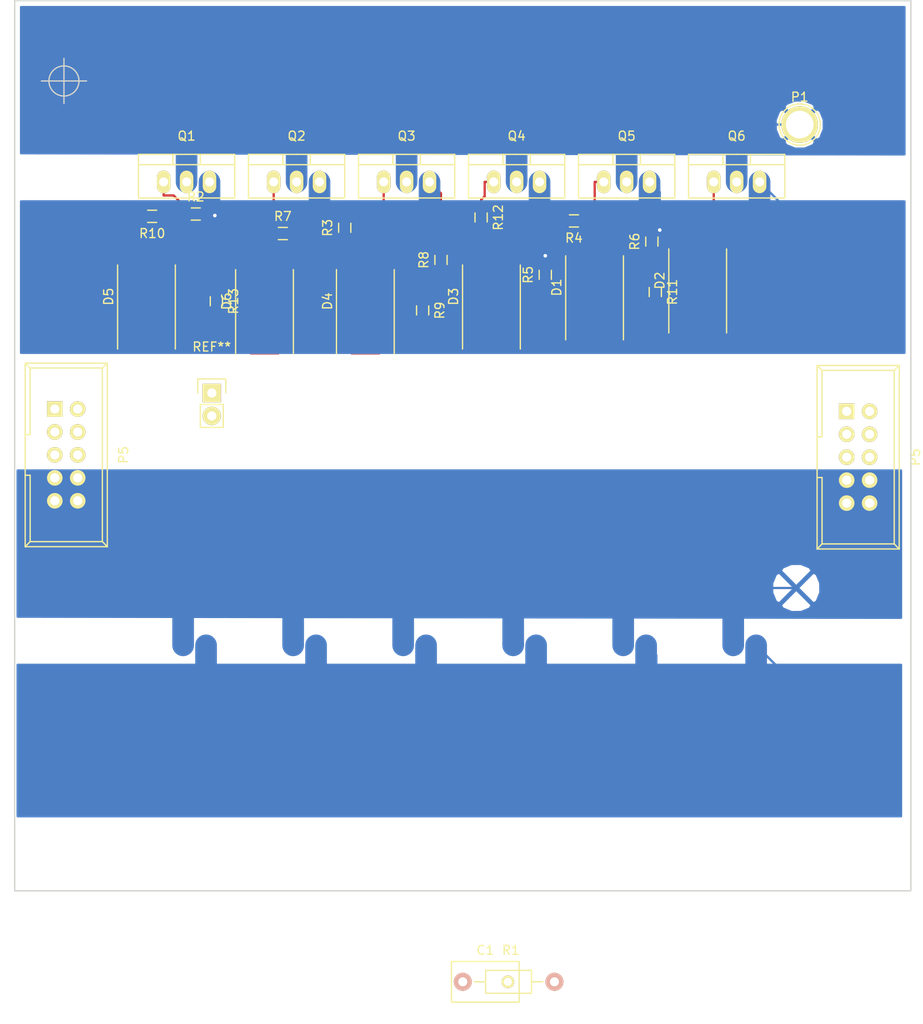
<source format=kicad_pcb>
(kicad_pcb (version 4) (host pcbnew 4.0.4+e1-6308~48~ubuntu14.04.1-stable)

  (general
    (links 60)
    (no_connects 10)
    (area 33.452999 37.516999 132.917001 136.219001)
    (thickness 1.6)
    (drawings 8)
    (tracks 218)
    (zones 0)
    (modules 30)
    (nets 12)
  )

  (page A4)
  (layers
    (0 F.Cu signal)
    (31 B.Cu signal hide)
    (32 B.Adhes user)
    (33 F.Adhes user)
    (34 B.Paste user)
    (35 F.Paste user)
    (36 B.SilkS user)
    (37 F.SilkS user)
    (38 B.Mask user)
    (39 F.Mask user)
    (40 Dwgs.User user)
    (41 Cmts.User user)
    (42 Eco1.User user)
    (43 Eco2.User user)
    (44 Edge.Cuts user)
    (45 Margin user)
    (46 B.CrtYd user)
    (47 F.CrtYd user)
    (48 B.Fab user)
    (49 F.Fab user)
  )

  (setup
    (last_trace_width 0.25)
    (user_trace_width 2.4)
    (user_trace_width 15)
    (trace_clearance 0.1)
    (zone_clearance 0.508)
    (zone_45_only no)
    (trace_min 0.2)
    (segment_width 0.2)
    (edge_width 0.15)
    (via_size 0.6)
    (via_drill 0.4)
    (via_min_size 0.4)
    (via_min_drill 0.3)
    (uvia_size 0.3)
    (uvia_drill 0.1)
    (uvias_allowed no)
    (uvia_min_size 0.2)
    (uvia_min_drill 0.1)
    (pcb_text_width 0.3)
    (pcb_text_size 1.5 1.5)
    (mod_edge_width 0.15)
    (mod_text_size 1 1)
    (mod_text_width 0.15)
    (pad_size 2.2352 2.2352)
    (pad_drill 1.016)
    (pad_to_mask_clearance 0.2)
    (aux_axis_origin 0 0)
    (grid_origin 31.496 31.75)
    (visible_elements FFFFFF7F)
    (pcbplotparams
      (layerselection 0x00030_80000001)
      (usegerberextensions false)
      (excludeedgelayer true)
      (linewidth 0.100000)
      (plotframeref false)
      (viasonmask false)
      (mode 1)
      (useauxorigin false)
      (hpglpennumber 1)
      (hpglpenspeed 20)
      (hpglpendiameter 15)
      (hpglpenoverlay 2)
      (psnegative false)
      (psa4output false)
      (plotreference true)
      (plotvalue true)
      (plotinvisibletext false)
      (padsonsilk false)
      (subtractmaskfromsilk false)
      (outputformat 1)
      (mirror false)
      (drillshape 1)
      (scaleselection 1)
      (outputdirectory ""))
  )

  (net 0 "")
  (net 1 "Net-(C1-Pad1)")
  (net 2 /endwinding)
  (net 3 /B+)
  (net 4 GND)
  (net 5 "Net-(D1-Pad2)")
  (net 6 "Net-(D2-Pad2)")
  (net 7 "Net-(D4-Pad2)")
  (net 8 /PWM-C)
  (net 9 "Net-(D5-Pad2)")
  (net 10 "Net-(D6-Pad2)")
  (net 11 "Net-(D3-Pad2)")

  (net_class Default "This is the default net class."
    (clearance 0.1)
    (trace_width 0.25)
    (via_dia 0.6)
    (via_drill 0.4)
    (uvia_dia 0.3)
    (uvia_drill 0.1)
    (add_net /B+)
    (add_net /PWM-C)
    (add_net /endwinding)
    (add_net GND)
    (add_net "Net-(C1-Pad1)")
    (add_net "Net-(D1-Pad2)")
    (add_net "Net-(D2-Pad2)")
    (add_net "Net-(D3-Pad2)")
    (add_net "Net-(D4-Pad2)")
    (add_net "Net-(D5-Pad2)")
    (add_net "Net-(D6-Pad2)")
  )

  (module Connect:IDC_Header_Straight_10pins (layer F.Cu) (tedit 0) (tstamp 580315BD)
    (at 125.73 83.058 270)
    (descr "10 pins through hole IDC header")
    (tags "IDC header socket VASCH")
    (path /57CCF39E)
    (fp_text reference P5 (at 5.08 -7.62 270) (layer F.SilkS)
      (effects (font (size 1 1) (thickness 0.15)))
    )
    (fp_text value CONN_02X05 (at 5.08 5.223 270) (layer F.Fab)
      (effects (font (size 1 1) (thickness 0.15)))
    )
    (fp_line (start -5.08 -5.82) (end 15.24 -5.82) (layer F.SilkS) (width 0.15))
    (fp_line (start -4.54 -5.27) (end 14.68 -5.27) (layer F.SilkS) (width 0.15))
    (fp_line (start -5.08 3.28) (end 15.24 3.28) (layer F.SilkS) (width 0.15))
    (fp_line (start -4.54 2.73) (end 2.83 2.73) (layer F.SilkS) (width 0.15))
    (fp_line (start 7.33 2.73) (end 14.68 2.73) (layer F.SilkS) (width 0.15))
    (fp_line (start 2.83 2.73) (end 2.83 3.28) (layer F.SilkS) (width 0.15))
    (fp_line (start 7.33 2.73) (end 7.33 3.28) (layer F.SilkS) (width 0.15))
    (fp_line (start -5.08 -5.82) (end -5.08 3.28) (layer F.SilkS) (width 0.15))
    (fp_line (start -4.54 -5.27) (end -4.54 2.73) (layer F.SilkS) (width 0.15))
    (fp_line (start 15.24 -5.82) (end 15.24 3.28) (layer F.SilkS) (width 0.15))
    (fp_line (start 14.68 -5.27) (end 14.68 2.73) (layer F.SilkS) (width 0.15))
    (fp_line (start -5.08 -5.82) (end -4.54 -5.27) (layer F.SilkS) (width 0.15))
    (fp_line (start 15.24 -5.82) (end 14.68 -5.27) (layer F.SilkS) (width 0.15))
    (fp_line (start -5.08 3.28) (end -4.54 2.73) (layer F.SilkS) (width 0.15))
    (fp_line (start 15.24 3.28) (end 14.68 2.73) (layer F.SilkS) (width 0.15))
    (fp_line (start -5.35 -6.05) (end 15.5 -6.05) (layer F.CrtYd) (width 0.05))
    (fp_line (start 15.5 -6.05) (end 15.5 3.55) (layer F.CrtYd) (width 0.05))
    (fp_line (start 15.5 3.55) (end -5.35 3.55) (layer F.CrtYd) (width 0.05))
    (fp_line (start -5.35 3.55) (end -5.35 -6.05) (layer F.CrtYd) (width 0.05))
    (pad 1 thru_hole rect (at 0 0 270) (size 1.7272 1.7272) (drill 1.016) (layers *.Cu *.Mask F.SilkS)
      (net 4 GND))
    (pad 2 thru_hole oval (at 0 -2.54 270) (size 1.7272 1.7272) (drill 1.016) (layers *.Cu *.Mask F.SilkS)
      (net 4 GND))
    (pad 3 thru_hole oval (at 2.54 0 270) (size 1.7272 1.7272) (drill 1.016) (layers *.Cu *.Mask F.SilkS))
    (pad 4 thru_hole oval (at 2.54 -2.54 270) (size 1.7272 1.7272) (drill 1.016) (layers *.Cu *.Mask F.SilkS)
      (net 8 /PWM-C))
    (pad 5 thru_hole oval (at 5.08 0 270) (size 1.7272 1.7272) (drill 1.016) (layers *.Cu *.Mask F.SilkS))
    (pad 6 thru_hole oval (at 5.08 -2.54 270) (size 1.7272 1.7272) (drill 1.016) (layers *.Cu *.Mask F.SilkS)
      (net 2 /endwinding))
    (pad 7 thru_hole oval (at 7.62 0 270) (size 1.7272 1.7272) (drill 1.016) (layers *.Cu *.Mask F.SilkS))
    (pad 8 thru_hole oval (at 7.62 -2.54 270) (size 1.7272 1.7272) (drill 1.016) (layers *.Cu *.Mask F.SilkS))
    (pad 9 thru_hole oval (at 10.16 0 270) (size 1.7272 1.7272) (drill 1.016) (layers *.Cu *.Mask F.SilkS)
      (net 3 /B+))
    (pad 10 thru_hole oval (at 10.16 -2.54 270) (size 1.7272 1.7272) (drill 1.016) (layers *.Cu *.Mask F.SilkS)
      (net 3 /B+))
  )

  (module Connect:1pin (layer F.Cu) (tedit 0) (tstamp 57CD8824)
    (at 120.523 51.308)
    (descr "module 1 pin (ou trou mecanique de percage)")
    (tags DEV)
    (path /57CCC886)
    (fp_text reference P1 (at 0 -3.048) (layer F.SilkS)
      (effects (font (size 1 1) (thickness 0.15)))
    )
    (fp_text value B+ (at 0 2.794) (layer F.Fab)
      (effects (font (size 1 1) (thickness 0.15)))
    )
    (fp_circle (center 0 0) (end 0 -2.286) (layer F.SilkS) (width 0.15))
    (pad 1 thru_hole circle (at 0 0) (size 4.064 4.064) (drill 3.048) (layers *.Cu *.Mask F.SilkS)
      (net 3 /B+))
  )

  (module Diodes_SMD:DO-214AB_Handsoldering (layer F.Cu) (tedit 55429DAE) (tstamp 57CD9141)
    (at 97.79 69.342 90)
    (descr "Jedec DO-214AB diode package. Designed according to Fairchild SS32 datasheet.")
    (tags "DO-214AB diode Handsoldering")
    (path /57CDEAD8)
    (attr smd)
    (fp_text reference D1 (at 0 -4.2 90) (layer F.SilkS)
      (effects (font (size 1 1) (thickness 0.15)))
    )
    (fp_text value 1N5819 (at 0 4.6 90) (layer F.Fab)
      (effects (font (size 1 1) (thickness 0.15)))
    )
    (fp_line (start -6.15 -3.45) (end 6.15 -3.45) (layer F.CrtYd) (width 0.05))
    (fp_line (start 6.15 -3.45) (end 6.15 3.45) (layer F.CrtYd) (width 0.05))
    (fp_line (start 6.15 3.45) (end -6.15 3.45) (layer F.CrtYd) (width 0.05))
    (fp_line (start -6.15 3.45) (end -6.15 -3.45) (layer F.CrtYd) (width 0.05))
    (fp_line (start 3.5 3.2) (end -5.8 3.2) (layer F.SilkS) (width 0.15))
    (fp_line (start -5.8 -3.2) (end 3.5 -3.2) (layer F.SilkS) (width 0.15))
    (pad 2 smd rect (at 4.1 0 90) (size 3.6 3.2) (layers F.Cu F.Paste F.Mask)
      (net 5 "Net-(D1-Pad2)"))
    (pad 1 smd rect (at -4.1 0 90) (size 3.6 3.2) (layers F.Cu F.Paste F.Mask)
      (net 8 /PWM-C))
    (model Diodes_SMD.3dshapes/DO-214AB_Handsoldering.wrl
      (at (xyz 0 0 0))
      (scale (xyz 0.39 0.39 0.39))
      (rotate (xyz 0 0 180))
    )
  )

  (module Diodes_SMD:DO-214AB_Handsoldering (layer F.Cu) (tedit 55429DAE) (tstamp 57CD9146)
    (at 109.22 68.58 90)
    (descr "Jedec DO-214AB diode package. Designed according to Fairchild SS32 datasheet.")
    (tags "DO-214AB diode Handsoldering")
    (path /57CDE954)
    (attr smd)
    (fp_text reference D2 (at 0 -4.2 90) (layer F.SilkS)
      (effects (font (size 1 1) (thickness 0.15)))
    )
    (fp_text value 1N5819 (at 0 4.6 90) (layer F.Fab)
      (effects (font (size 1 1) (thickness 0.15)))
    )
    (fp_line (start -6.15 -3.45) (end 6.15 -3.45) (layer F.CrtYd) (width 0.05))
    (fp_line (start 6.15 -3.45) (end 6.15 3.45) (layer F.CrtYd) (width 0.05))
    (fp_line (start 6.15 3.45) (end -6.15 3.45) (layer F.CrtYd) (width 0.05))
    (fp_line (start -6.15 3.45) (end -6.15 -3.45) (layer F.CrtYd) (width 0.05))
    (fp_line (start 3.5 3.2) (end -5.8 3.2) (layer F.SilkS) (width 0.15))
    (fp_line (start -5.8 -3.2) (end 3.5 -3.2) (layer F.SilkS) (width 0.15))
    (pad 2 smd rect (at 4.1 0 90) (size 3.6 3.2) (layers F.Cu F.Paste F.Mask)
      (net 6 "Net-(D2-Pad2)"))
    (pad 1 smd rect (at -4.1 0 90) (size 3.6 3.2) (layers F.Cu F.Paste F.Mask)
      (net 8 /PWM-C))
    (model Diodes_SMD.3dshapes/DO-214AB_Handsoldering.wrl
      (at (xyz 0 0 0))
      (scale (xyz 0.39 0.39 0.39))
      (rotate (xyz 0 0 180))
    )
  )

  (module Diodes_SMD:DO-214AB_Handsoldering (layer F.Cu) (tedit 55429DAE) (tstamp 57CD914B)
    (at 86.36 70.358 90)
    (descr "Jedec DO-214AB diode package. Designed according to Fairchild SS32 datasheet.")
    (tags "DO-214AB diode Handsoldering")
    (path /57CDE383)
    (attr smd)
    (fp_text reference D3 (at 0 -4.2 90) (layer F.SilkS)
      (effects (font (size 1 1) (thickness 0.15)))
    )
    (fp_text value 1N5819 (at 0 4.6 90) (layer F.Fab)
      (effects (font (size 1 1) (thickness 0.15)))
    )
    (fp_line (start -6.15 -3.45) (end 6.15 -3.45) (layer F.CrtYd) (width 0.05))
    (fp_line (start 6.15 -3.45) (end 6.15 3.45) (layer F.CrtYd) (width 0.05))
    (fp_line (start 6.15 3.45) (end -6.15 3.45) (layer F.CrtYd) (width 0.05))
    (fp_line (start -6.15 3.45) (end -6.15 -3.45) (layer F.CrtYd) (width 0.05))
    (fp_line (start 3.5 3.2) (end -5.8 3.2) (layer F.SilkS) (width 0.15))
    (fp_line (start -5.8 -3.2) (end 3.5 -3.2) (layer F.SilkS) (width 0.15))
    (pad 2 smd rect (at 4.1 0 90) (size 3.6 3.2) (layers F.Cu F.Paste F.Mask)
      (net 11 "Net-(D3-Pad2)"))
    (pad 1 smd rect (at -4.1 0 90) (size 3.6 3.2) (layers F.Cu F.Paste F.Mask)
      (net 8 /PWM-C))
    (model Diodes_SMD.3dshapes/DO-214AB_Handsoldering.wrl
      (at (xyz 0 0 0))
      (scale (xyz 0.39 0.39 0.39))
      (rotate (xyz 0 0 180))
    )
  )

  (module Diodes_SMD:DO-214AB_Handsoldering (layer F.Cu) (tedit 55429DAE) (tstamp 57CD9150)
    (at 72.39 70.866 90)
    (descr "Jedec DO-214AB diode package. Designed according to Fairchild SS32 datasheet.")
    (tags "DO-214AB diode Handsoldering")
    (path /57CDE07E)
    (attr smd)
    (fp_text reference D4 (at 0 -4.2 90) (layer F.SilkS)
      (effects (font (size 1 1) (thickness 0.15)))
    )
    (fp_text value 1N5819 (at 0 4.6 90) (layer F.Fab)
      (effects (font (size 1 1) (thickness 0.15)))
    )
    (fp_line (start -6.15 -3.45) (end 6.15 -3.45) (layer F.CrtYd) (width 0.05))
    (fp_line (start 6.15 -3.45) (end 6.15 3.45) (layer F.CrtYd) (width 0.05))
    (fp_line (start 6.15 3.45) (end -6.15 3.45) (layer F.CrtYd) (width 0.05))
    (fp_line (start -6.15 3.45) (end -6.15 -3.45) (layer F.CrtYd) (width 0.05))
    (fp_line (start 3.5 3.2) (end -5.8 3.2) (layer F.SilkS) (width 0.15))
    (fp_line (start -5.8 -3.2) (end 3.5 -3.2) (layer F.SilkS) (width 0.15))
    (pad 2 smd rect (at 4.1 0 90) (size 3.6 3.2) (layers F.Cu F.Paste F.Mask)
      (net 7 "Net-(D4-Pad2)"))
    (pad 1 smd rect (at -4.1 0 90) (size 3.6 3.2) (layers F.Cu F.Paste F.Mask)
      (net 8 /PWM-C))
    (model Diodes_SMD.3dshapes/DO-214AB_Handsoldering.wrl
      (at (xyz 0 0 0))
      (scale (xyz 0.39 0.39 0.39))
      (rotate (xyz 0 0 180))
    )
  )

  (module Diodes_SMD:DO-214AB_Handsoldering (layer F.Cu) (tedit 55429DAE) (tstamp 57CD9155)
    (at 48.133 70.358 90)
    (descr "Jedec DO-214AB diode package. Designed according to Fairchild SS32 datasheet.")
    (tags "DO-214AB diode Handsoldering")
    (path /57CDDB18)
    (attr smd)
    (fp_text reference D5 (at 0 -4.2 90) (layer F.SilkS)
      (effects (font (size 1 1) (thickness 0.15)))
    )
    (fp_text value 1N5819 (at 0 4.6 90) (layer F.Fab)
      (effects (font (size 1 1) (thickness 0.15)))
    )
    (fp_line (start -6.15 -3.45) (end 6.15 -3.45) (layer F.CrtYd) (width 0.05))
    (fp_line (start 6.15 -3.45) (end 6.15 3.45) (layer F.CrtYd) (width 0.05))
    (fp_line (start 6.15 3.45) (end -6.15 3.45) (layer F.CrtYd) (width 0.05))
    (fp_line (start -6.15 3.45) (end -6.15 -3.45) (layer F.CrtYd) (width 0.05))
    (fp_line (start 3.5 3.2) (end -5.8 3.2) (layer F.SilkS) (width 0.15))
    (fp_line (start -5.8 -3.2) (end 3.5 -3.2) (layer F.SilkS) (width 0.15))
    (pad 2 smd rect (at 4.1 0 90) (size 3.6 3.2) (layers F.Cu F.Paste F.Mask)
      (net 9 "Net-(D5-Pad2)"))
    (pad 1 smd rect (at -4.1 0 90) (size 3.6 3.2) (layers F.Cu F.Paste F.Mask)
      (net 8 /PWM-C))
    (model Diodes_SMD.3dshapes/DO-214AB_Handsoldering.wrl
      (at (xyz 0 0 0))
      (scale (xyz 0.39 0.39 0.39))
      (rotate (xyz 0 0 180))
    )
  )

  (module Diodes_SMD:DO-214AB_Handsoldering (layer F.Cu) (tedit 55429DAE) (tstamp 57CD915A)
    (at 61.214 70.866 90)
    (descr "Jedec DO-214AB diode package. Designed according to Fairchild SS32 datasheet.")
    (tags "DO-214AB diode Handsoldering")
    (path /57CDE1F5)
    (attr smd)
    (fp_text reference D6 (at 0 -4.2 90) (layer F.SilkS)
      (effects (font (size 1 1) (thickness 0.15)))
    )
    (fp_text value 1N5819 (at 0 4.6 90) (layer F.Fab)
      (effects (font (size 1 1) (thickness 0.15)))
    )
    (fp_line (start -6.15 -3.45) (end 6.15 -3.45) (layer F.CrtYd) (width 0.05))
    (fp_line (start 6.15 -3.45) (end 6.15 3.45) (layer F.CrtYd) (width 0.05))
    (fp_line (start 6.15 3.45) (end -6.15 3.45) (layer F.CrtYd) (width 0.05))
    (fp_line (start -6.15 3.45) (end -6.15 -3.45) (layer F.CrtYd) (width 0.05))
    (fp_line (start 3.5 3.2) (end -5.8 3.2) (layer F.SilkS) (width 0.15))
    (fp_line (start -5.8 -3.2) (end 3.5 -3.2) (layer F.SilkS) (width 0.15))
    (pad 2 smd rect (at 4.1 0 90) (size 3.6 3.2) (layers F.Cu F.Paste F.Mask)
      (net 10 "Net-(D6-Pad2)"))
    (pad 1 smd rect (at -4.1 0 90) (size 3.6 3.2) (layers F.Cu F.Paste F.Mask)
      (net 8 /PWM-C))
    (model Diodes_SMD.3dshapes/DO-214AB_Handsoldering.wrl
      (at (xyz 0 0 0))
      (scale (xyz 0.39 0.39 0.39))
      (rotate (xyz 0 0 180))
    )
  )

  (module Resistors_SMD:R_0603_HandSoldering (layer F.Cu) (tedit 58023325) (tstamp 57CD91B9)
    (at 53.594 61.214)
    (descr "Resistor SMD 0603, hand soldering")
    (tags "resistor 0603")
    (path /57CC17B8)
    (attr smd)
    (fp_text reference R2 (at 0 -1.9) (layer F.SilkS)
      (effects (font (size 1 1) (thickness 0.15)))
    )
    (fp_text value 20k (at 0 1.9) (layer F.Fab)
      (effects (font (size 1 1) (thickness 0.15)))
    )
    (fp_line (start -2 -0.8) (end 2 -0.8) (layer F.CrtYd) (width 0.05))
    (fp_line (start -2 0.8) (end 2 0.8) (layer F.CrtYd) (width 0.05))
    (fp_line (start -2 -0.8) (end -2 0.8) (layer F.CrtYd) (width 0.05))
    (fp_line (start 2 -0.8) (end 2 0.8) (layer F.CrtYd) (width 0.05))
    (fp_line (start 0.5 0.675) (end -0.5 0.675) (layer F.SilkS) (width 0.15))
    (fp_line (start -0.5 -0.675) (end 0.5 -0.675) (layer F.SilkS) (width 0.15))
    (pad 1 smd rect (at -1.1 0) (size 1.2 0.9) (layers F.Cu F.Paste F.Mask)
      (net 9 "Net-(D5-Pad2)"))
    (pad 2 smd rect (at 1.1 0) (size 1.2 0.9) (layers F.Cu F.Paste F.Mask)
      (net 2 /endwinding))
    (model Resistors_SMD.3dshapes/R_0603_HandSoldering.wrl
      (at (xyz 0 0 0))
      (scale (xyz 1 1 1))
      (rotate (xyz 0 0 0))
    )
  )

  (module Resistors_SMD:R_0603_HandSoldering (layer F.Cu) (tedit 5418A00F) (tstamp 57CD91BE)
    (at 70.104 62.738 90)
    (descr "Resistor SMD 0603, hand soldering")
    (tags "resistor 0603")
    (path /57CC16D9)
    (attr smd)
    (fp_text reference R3 (at 0 -1.9 90) (layer F.SilkS)
      (effects (font (size 1 1) (thickness 0.15)))
    )
    (fp_text value 20k (at 0 1.9 90) (layer F.Fab)
      (effects (font (size 1 1) (thickness 0.15)))
    )
    (fp_line (start -2 -0.8) (end 2 -0.8) (layer F.CrtYd) (width 0.05))
    (fp_line (start -2 0.8) (end 2 0.8) (layer F.CrtYd) (width 0.05))
    (fp_line (start -2 -0.8) (end -2 0.8) (layer F.CrtYd) (width 0.05))
    (fp_line (start 2 -0.8) (end 2 0.8) (layer F.CrtYd) (width 0.05))
    (fp_line (start 0.5 0.675) (end -0.5 0.675) (layer F.SilkS) (width 0.15))
    (fp_line (start -0.5 -0.675) (end 0.5 -0.675) (layer F.SilkS) (width 0.15))
    (pad 1 smd rect (at -1.1 0 90) (size 1.2 0.9) (layers F.Cu F.Paste F.Mask)
      (net 7 "Net-(D4-Pad2)"))
    (pad 2 smd rect (at 1.1 0 90) (size 1.2 0.9) (layers F.Cu F.Paste F.Mask)
      (net 2 /endwinding))
    (model Resistors_SMD.3dshapes/R_0603_HandSoldering.wrl
      (at (xyz 0 0 0))
      (scale (xyz 1 1 1))
      (rotate (xyz 0 0 0))
    )
  )

  (module Resistors_SMD:R_0603_HandSoldering (layer F.Cu) (tedit 5418A00F) (tstamp 57CD91C3)
    (at 95.504 61.976 180)
    (descr "Resistor SMD 0603, hand soldering")
    (tags "resistor 0603")
    (path /57CC1C4A)
    (attr smd)
    (fp_text reference R4 (at 0 -1.9 180) (layer F.SilkS)
      (effects (font (size 1 1) (thickness 0.15)))
    )
    (fp_text value 5.6 (at 0 1.9 180) (layer F.Fab)
      (effects (font (size 1 1) (thickness 0.15)))
    )
    (fp_line (start -2 -0.8) (end 2 -0.8) (layer F.CrtYd) (width 0.05))
    (fp_line (start -2 0.8) (end 2 0.8) (layer F.CrtYd) (width 0.05))
    (fp_line (start -2 -0.8) (end -2 0.8) (layer F.CrtYd) (width 0.05))
    (fp_line (start 2 -0.8) (end 2 0.8) (layer F.CrtYd) (width 0.05))
    (fp_line (start 0.5 0.675) (end -0.5 0.675) (layer F.SilkS) (width 0.15))
    (fp_line (start -0.5 -0.675) (end 0.5 -0.675) (layer F.SilkS) (width 0.15))
    (pad 1 smd rect (at -1.1 0 180) (size 1.2 0.9) (layers F.Cu F.Paste F.Mask)
      (net 5 "Net-(D1-Pad2)"))
    (pad 2 smd rect (at 1.1 0 180) (size 1.2 0.9) (layers F.Cu F.Paste F.Mask)
      (net 8 /PWM-C))
    (model Resistors_SMD.3dshapes/R_0603_HandSoldering.wrl
      (at (xyz 0 0 0))
      (scale (xyz 1 1 1))
      (rotate (xyz 0 0 0))
    )
  )

  (module Resistors_SMD:R_0603_HandSoldering (layer F.Cu) (tedit 5418A00F) (tstamp 57CD91C8)
    (at 92.329 67.945 90)
    (descr "Resistor SMD 0603, hand soldering")
    (tags "resistor 0603")
    (path /57CC14EC)
    (attr smd)
    (fp_text reference R5 (at 0 -1.9 90) (layer F.SilkS)
      (effects (font (size 1 1) (thickness 0.15)))
    )
    (fp_text value 20k (at 0 1.9 90) (layer F.Fab)
      (effects (font (size 1 1) (thickness 0.15)))
    )
    (fp_line (start -2 -0.8) (end 2 -0.8) (layer F.CrtYd) (width 0.05))
    (fp_line (start -2 0.8) (end 2 0.8) (layer F.CrtYd) (width 0.05))
    (fp_line (start -2 -0.8) (end -2 0.8) (layer F.CrtYd) (width 0.05))
    (fp_line (start 2 -0.8) (end 2 0.8) (layer F.CrtYd) (width 0.05))
    (fp_line (start 0.5 0.675) (end -0.5 0.675) (layer F.SilkS) (width 0.15))
    (fp_line (start -0.5 -0.675) (end 0.5 -0.675) (layer F.SilkS) (width 0.15))
    (pad 1 smd rect (at -1.1 0 90) (size 1.2 0.9) (layers F.Cu F.Paste F.Mask)
      (net 5 "Net-(D1-Pad2)"))
    (pad 2 smd rect (at 1.1 0 90) (size 1.2 0.9) (layers F.Cu F.Paste F.Mask)
      (net 2 /endwinding))
    (model Resistors_SMD.3dshapes/R_0603_HandSoldering.wrl
      (at (xyz 0 0 0))
      (scale (xyz 1 1 1))
      (rotate (xyz 0 0 0))
    )
  )

  (module Resistors_SMD:R_0603_HandSoldering (layer F.Cu) (tedit 5418A00F) (tstamp 57CD91CD)
    (at 104.14 64.262 90)
    (descr "Resistor SMD 0603, hand soldering")
    (tags "resistor 0603")
    (path /57CC1556)
    (attr smd)
    (fp_text reference R6 (at 0 -1.9 90) (layer F.SilkS)
      (effects (font (size 1 1) (thickness 0.15)))
    )
    (fp_text value 20k (at 0 1.9 90) (layer F.Fab)
      (effects (font (size 1 1) (thickness 0.15)))
    )
    (fp_line (start -2 -0.8) (end 2 -0.8) (layer F.CrtYd) (width 0.05))
    (fp_line (start -2 0.8) (end 2 0.8) (layer F.CrtYd) (width 0.05))
    (fp_line (start -2 -0.8) (end -2 0.8) (layer F.CrtYd) (width 0.05))
    (fp_line (start 2 -0.8) (end 2 0.8) (layer F.CrtYd) (width 0.05))
    (fp_line (start 0.5 0.675) (end -0.5 0.675) (layer F.SilkS) (width 0.15))
    (fp_line (start -0.5 -0.675) (end 0.5 -0.675) (layer F.SilkS) (width 0.15))
    (pad 1 smd rect (at -1.1 0 90) (size 1.2 0.9) (layers F.Cu F.Paste F.Mask)
      (net 6 "Net-(D2-Pad2)"))
    (pad 2 smd rect (at 1.1 0 90) (size 1.2 0.9) (layers F.Cu F.Paste F.Mask)
      (net 2 /endwinding))
    (model Resistors_SMD.3dshapes/R_0603_HandSoldering.wrl
      (at (xyz 0 0 0))
      (scale (xyz 1 1 1))
      (rotate (xyz 0 0 0))
    )
  )

  (module Resistors_SMD:R_0603_HandSoldering (layer F.Cu) (tedit 5418A00F) (tstamp 57CD91D2)
    (at 63.246 63.373)
    (descr "Resistor SMD 0603, hand soldering")
    (tags "resistor 0603")
    (path /57CC1683)
    (attr smd)
    (fp_text reference R7 (at 0 -1.9) (layer F.SilkS)
      (effects (font (size 1 1) (thickness 0.15)))
    )
    (fp_text value 20k (at 0 1.9) (layer F.Fab)
      (effects (font (size 1 1) (thickness 0.15)))
    )
    (fp_line (start -2 -0.8) (end 2 -0.8) (layer F.CrtYd) (width 0.05))
    (fp_line (start -2 0.8) (end 2 0.8) (layer F.CrtYd) (width 0.05))
    (fp_line (start -2 -0.8) (end -2 0.8) (layer F.CrtYd) (width 0.05))
    (fp_line (start 2 -0.8) (end 2 0.8) (layer F.CrtYd) (width 0.05))
    (fp_line (start 0.5 0.675) (end -0.5 0.675) (layer F.SilkS) (width 0.15))
    (fp_line (start -0.5 -0.675) (end 0.5 -0.675) (layer F.SilkS) (width 0.15))
    (pad 1 smd rect (at -1.1 0) (size 1.2 0.9) (layers F.Cu F.Paste F.Mask)
      (net 10 "Net-(D6-Pad2)"))
    (pad 2 smd rect (at 1.1 0) (size 1.2 0.9) (layers F.Cu F.Paste F.Mask)
      (net 2 /endwinding))
    (model Resistors_SMD.3dshapes/R_0603_HandSoldering.wrl
      (at (xyz 0 0 0))
      (scale (xyz 1 1 1))
      (rotate (xyz 0 0 0))
    )
  )

  (module Resistors_SMD:R_0603_HandSoldering (layer F.Cu) (tedit 5418A00F) (tstamp 57CD91D7)
    (at 80.772 66.294 90)
    (descr "Resistor SMD 0603, hand soldering")
    (tags "resistor 0603")
    (path /57CC161A)
    (attr smd)
    (fp_text reference R8 (at 0 -1.9 90) (layer F.SilkS)
      (effects (font (size 1 1) (thickness 0.15)))
    )
    (fp_text value 20k (at 0 1.9 90) (layer F.Fab)
      (effects (font (size 1 1) (thickness 0.15)))
    )
    (fp_line (start -2 -0.8) (end 2 -0.8) (layer F.CrtYd) (width 0.05))
    (fp_line (start -2 0.8) (end 2 0.8) (layer F.CrtYd) (width 0.05))
    (fp_line (start -2 -0.8) (end -2 0.8) (layer F.CrtYd) (width 0.05))
    (fp_line (start 2 -0.8) (end 2 0.8) (layer F.CrtYd) (width 0.05))
    (fp_line (start 0.5 0.675) (end -0.5 0.675) (layer F.SilkS) (width 0.15))
    (fp_line (start -0.5 -0.675) (end 0.5 -0.675) (layer F.SilkS) (width 0.15))
    (pad 1 smd rect (at -1.1 0 90) (size 1.2 0.9) (layers F.Cu F.Paste F.Mask)
      (net 11 "Net-(D3-Pad2)"))
    (pad 2 smd rect (at 1.1 0 90) (size 1.2 0.9) (layers F.Cu F.Paste F.Mask)
      (net 2 /endwinding))
    (model Resistors_SMD.3dshapes/R_0603_HandSoldering.wrl
      (at (xyz 0 0 0))
      (scale (xyz 1 1 1))
      (rotate (xyz 0 0 0))
    )
  )

  (module Resistors_SMD:R_0603_HandSoldering (layer F.Cu) (tedit 5418A00F) (tstamp 57CD91DC)
    (at 78.74 71.882 270)
    (descr "Resistor SMD 0603, hand soldering")
    (tags "resistor 0603")
    (path /57CC1F42)
    (attr smd)
    (fp_text reference R9 (at 0 -1.9 270) (layer F.SilkS)
      (effects (font (size 1 1) (thickness 0.15)))
    )
    (fp_text value 5.6 (at 0 1.9 270) (layer F.Fab)
      (effects (font (size 1 1) (thickness 0.15)))
    )
    (fp_line (start -2 -0.8) (end 2 -0.8) (layer F.CrtYd) (width 0.05))
    (fp_line (start -2 0.8) (end 2 0.8) (layer F.CrtYd) (width 0.05))
    (fp_line (start -2 -0.8) (end -2 0.8) (layer F.CrtYd) (width 0.05))
    (fp_line (start 2 -0.8) (end 2 0.8) (layer F.CrtYd) (width 0.05))
    (fp_line (start 0.5 0.675) (end -0.5 0.675) (layer F.SilkS) (width 0.15))
    (fp_line (start -0.5 -0.675) (end 0.5 -0.675) (layer F.SilkS) (width 0.15))
    (pad 1 smd rect (at -1.1 0 270) (size 1.2 0.9) (layers F.Cu F.Paste F.Mask)
      (net 7 "Net-(D4-Pad2)"))
    (pad 2 smd rect (at 1.1 0 270) (size 1.2 0.9) (layers F.Cu F.Paste F.Mask)
      (net 8 /PWM-C))
    (model Resistors_SMD.3dshapes/R_0603_HandSoldering.wrl
      (at (xyz 0 0 0))
      (scale (xyz 1 1 1))
      (rotate (xyz 0 0 0))
    )
  )

  (module Resistors_SMD:R_0603_HandSoldering (layer F.Cu) (tedit 5418A00F) (tstamp 57CD91E1)
    (at 48.768 61.468 180)
    (descr "Resistor SMD 0603, hand soldering")
    (tags "resistor 0603")
    (path /57CC1FBB)
    (attr smd)
    (fp_text reference R10 (at 0 -1.9 180) (layer F.SilkS)
      (effects (font (size 1 1) (thickness 0.15)))
    )
    (fp_text value 5.6 (at 0 1.9 180) (layer F.Fab)
      (effects (font (size 1 1) (thickness 0.15)))
    )
    (fp_line (start -2 -0.8) (end 2 -0.8) (layer F.CrtYd) (width 0.05))
    (fp_line (start -2 0.8) (end 2 0.8) (layer F.CrtYd) (width 0.05))
    (fp_line (start -2 -0.8) (end -2 0.8) (layer F.CrtYd) (width 0.05))
    (fp_line (start 2 -0.8) (end 2 0.8) (layer F.CrtYd) (width 0.05))
    (fp_line (start 0.5 0.675) (end -0.5 0.675) (layer F.SilkS) (width 0.15))
    (fp_line (start -0.5 -0.675) (end 0.5 -0.675) (layer F.SilkS) (width 0.15))
    (pad 1 smd rect (at -1.1 0 180) (size 1.2 0.9) (layers F.Cu F.Paste F.Mask)
      (net 9 "Net-(D5-Pad2)"))
    (pad 2 smd rect (at 1.1 0 180) (size 1.2 0.9) (layers F.Cu F.Paste F.Mask)
      (net 8 /PWM-C))
    (model Resistors_SMD.3dshapes/R_0603_HandSoldering.wrl
      (at (xyz 0 0 0))
      (scale (xyz 1 1 1))
      (rotate (xyz 0 0 0))
    )
  )

  (module Resistors_SMD:R_0603_HandSoldering (layer F.Cu) (tedit 5418A00F) (tstamp 57CD91E6)
    (at 104.521 69.85 270)
    (descr "Resistor SMD 0603, hand soldering")
    (tags "resistor 0603")
    (path /57CC1D16)
    (attr smd)
    (fp_text reference R11 (at 0 -1.9 270) (layer F.SilkS)
      (effects (font (size 1 1) (thickness 0.15)))
    )
    (fp_text value 5.6 (at 0 1.9 270) (layer F.Fab)
      (effects (font (size 1 1) (thickness 0.15)))
    )
    (fp_line (start -2 -0.8) (end 2 -0.8) (layer F.CrtYd) (width 0.05))
    (fp_line (start -2 0.8) (end 2 0.8) (layer F.CrtYd) (width 0.05))
    (fp_line (start -2 -0.8) (end -2 0.8) (layer F.CrtYd) (width 0.05))
    (fp_line (start 2 -0.8) (end 2 0.8) (layer F.CrtYd) (width 0.05))
    (fp_line (start 0.5 0.675) (end -0.5 0.675) (layer F.SilkS) (width 0.15))
    (fp_line (start -0.5 -0.675) (end 0.5 -0.675) (layer F.SilkS) (width 0.15))
    (pad 1 smd rect (at -1.1 0 270) (size 1.2 0.9) (layers F.Cu F.Paste F.Mask)
      (net 6 "Net-(D2-Pad2)"))
    (pad 2 smd rect (at 1.1 0 270) (size 1.2 0.9) (layers F.Cu F.Paste F.Mask)
      (net 8 /PWM-C))
    (model Resistors_SMD.3dshapes/R_0603_HandSoldering.wrl
      (at (xyz 0 0 0))
      (scale (xyz 1 1 1))
      (rotate (xyz 0 0 0))
    )
  )

  (module Resistors_SMD:R_0603_HandSoldering (layer F.Cu) (tedit 5418A00F) (tstamp 57CD91EB)
    (at 85.217 61.595 270)
    (descr "Resistor SMD 0603, hand soldering")
    (tags "resistor 0603")
    (path /57CC1E26)
    (attr smd)
    (fp_text reference R12 (at 0 -1.9 270) (layer F.SilkS)
      (effects (font (size 1 1) (thickness 0.15)))
    )
    (fp_text value 5.6 (at 0 1.9 270) (layer F.Fab)
      (effects (font (size 1 1) (thickness 0.15)))
    )
    (fp_line (start -2 -0.8) (end 2 -0.8) (layer F.CrtYd) (width 0.05))
    (fp_line (start -2 0.8) (end 2 0.8) (layer F.CrtYd) (width 0.05))
    (fp_line (start -2 -0.8) (end -2 0.8) (layer F.CrtYd) (width 0.05))
    (fp_line (start 2 -0.8) (end 2 0.8) (layer F.CrtYd) (width 0.05))
    (fp_line (start 0.5 0.675) (end -0.5 0.675) (layer F.SilkS) (width 0.15))
    (fp_line (start -0.5 -0.675) (end 0.5 -0.675) (layer F.SilkS) (width 0.15))
    (pad 1 smd rect (at -1.1 0 270) (size 1.2 0.9) (layers F.Cu F.Paste F.Mask)
      (net 11 "Net-(D3-Pad2)"))
    (pad 2 smd rect (at 1.1 0 270) (size 1.2 0.9) (layers F.Cu F.Paste F.Mask)
      (net 8 /PWM-C))
    (model Resistors_SMD.3dshapes/R_0603_HandSoldering.wrl
      (at (xyz 0 0 0))
      (scale (xyz 1 1 1))
      (rotate (xyz 0 0 0))
    )
  )

  (module Resistors_SMD:R_0603_HandSoldering (layer F.Cu) (tedit 5418A00F) (tstamp 57CD91F0)
    (at 55.88 70.866 270)
    (descr "Resistor SMD 0603, hand soldering")
    (tags "resistor 0603")
    (path /57CC1ECA)
    (attr smd)
    (fp_text reference R13 (at 0 -1.9 270) (layer F.SilkS)
      (effects (font (size 1 1) (thickness 0.15)))
    )
    (fp_text value 5.6 (at 0 1.9 270) (layer F.Fab)
      (effects (font (size 1 1) (thickness 0.15)))
    )
    (fp_line (start -2 -0.8) (end 2 -0.8) (layer F.CrtYd) (width 0.05))
    (fp_line (start -2 0.8) (end 2 0.8) (layer F.CrtYd) (width 0.05))
    (fp_line (start -2 -0.8) (end -2 0.8) (layer F.CrtYd) (width 0.05))
    (fp_line (start 2 -0.8) (end 2 0.8) (layer F.CrtYd) (width 0.05))
    (fp_line (start 0.5 0.675) (end -0.5 0.675) (layer F.SilkS) (width 0.15))
    (fp_line (start -0.5 -0.675) (end 0.5 -0.675) (layer F.SilkS) (width 0.15))
    (pad 1 smd rect (at -1.1 0 270) (size 1.2 0.9) (layers F.Cu F.Paste F.Mask)
      (net 10 "Net-(D6-Pad2)"))
    (pad 2 smd rect (at 1.1 0 270) (size 1.2 0.9) (layers F.Cu F.Paste F.Mask)
      (net 8 /PWM-C))
    (model Resistors_SMD.3dshapes/R_0603_HandSoldering.wrl
      (at (xyz 0 0 0))
      (scale (xyz 1 1 1))
      (rotate (xyz 0 0 0))
    )
  )

  (module TO_SOT_Packages_THT:TO-220_Neutral123_Vertical (layer F.Cu) (tedit 0) (tstamp 5802320F)
    (at 52.578 57.658)
    (descr "TO-220, Neutral, Vertical,")
    (tags "TO-220, Neutral, Vertical,")
    (path /57CC124A)
    (fp_text reference Q1 (at 0 -5.08) (layer F.SilkS)
      (effects (font (size 1 1) (thickness 0.15)))
    )
    (fp_text value Q_NMOS_GDS (at 0 3.81) (layer F.Fab)
      (effects (font (size 1 1) (thickness 0.15)))
    )
    (fp_line (start -1.524 -3.048) (end -1.524 -1.905) (layer F.SilkS) (width 0.15))
    (fp_line (start 1.524 -3.048) (end 1.524 -1.905) (layer F.SilkS) (width 0.15))
    (fp_line (start 5.334 -1.905) (end 5.334 1.778) (layer F.SilkS) (width 0.15))
    (fp_line (start 5.334 1.778) (end -5.334 1.778) (layer F.SilkS) (width 0.15))
    (fp_line (start -5.334 1.778) (end -5.334 -1.905) (layer F.SilkS) (width 0.15))
    (fp_line (start 5.334 -3.048) (end 5.334 -1.905) (layer F.SilkS) (width 0.15))
    (fp_line (start 5.334 -1.905) (end -5.334 -1.905) (layer F.SilkS) (width 0.15))
    (fp_line (start -5.334 -1.905) (end -5.334 -3.048) (layer F.SilkS) (width 0.15))
    (fp_line (start 0 -3.048) (end -5.334 -3.048) (layer F.SilkS) (width 0.15))
    (fp_line (start 0 -3.048) (end 5.334 -3.048) (layer F.SilkS) (width 0.15))
    (pad 2 thru_hole oval (at 0 0 90) (size 2.49936 1.50114) (drill 1.00076) (layers *.Cu *.Mask F.SilkS)
      (net 3 /B+))
    (pad 1 thru_hole oval (at -2.54 0 90) (size 2.49936 1.50114) (drill 1.00076) (layers *.Cu *.Mask F.SilkS)
      (net 9 "Net-(D5-Pad2)"))
    (pad 3 thru_hole oval (at 2.54 0 90) (size 2.49936 1.50114) (drill 1.00076) (layers *.Cu *.Mask F.SilkS)
      (net 2 /endwinding))
    (model TO_SOT_Packages_THT.3dshapes/TO-220_Neutral123_Vertical.wrl
      (at (xyz 0 0 0))
      (scale (xyz 0.3937 0.3937 0.3937))
      (rotate (xyz 0 0 0))
    )
  )

  (module TO_SOT_Packages_THT:TO-220_Neutral123_Vertical (layer F.Cu) (tedit 0) (tstamp 58023215)
    (at 64.77 57.658)
    (descr "TO-220, Neutral, Vertical,")
    (tags "TO-220, Neutral, Vertical,")
    (path /57CC11B3)
    (fp_text reference Q2 (at 0 -5.08) (layer F.SilkS)
      (effects (font (size 1 1) (thickness 0.15)))
    )
    (fp_text value Q_NMOS_GDS (at 0 3.81) (layer F.Fab)
      (effects (font (size 1 1) (thickness 0.15)))
    )
    (fp_line (start -1.524 -3.048) (end -1.524 -1.905) (layer F.SilkS) (width 0.15))
    (fp_line (start 1.524 -3.048) (end 1.524 -1.905) (layer F.SilkS) (width 0.15))
    (fp_line (start 5.334 -1.905) (end 5.334 1.778) (layer F.SilkS) (width 0.15))
    (fp_line (start 5.334 1.778) (end -5.334 1.778) (layer F.SilkS) (width 0.15))
    (fp_line (start -5.334 1.778) (end -5.334 -1.905) (layer F.SilkS) (width 0.15))
    (fp_line (start 5.334 -3.048) (end 5.334 -1.905) (layer F.SilkS) (width 0.15))
    (fp_line (start 5.334 -1.905) (end -5.334 -1.905) (layer F.SilkS) (width 0.15))
    (fp_line (start -5.334 -1.905) (end -5.334 -3.048) (layer F.SilkS) (width 0.15))
    (fp_line (start 0 -3.048) (end -5.334 -3.048) (layer F.SilkS) (width 0.15))
    (fp_line (start 0 -3.048) (end 5.334 -3.048) (layer F.SilkS) (width 0.15))
    (pad 2 thru_hole oval (at 0 0 90) (size 2.49936 1.50114) (drill 1.00076) (layers *.Cu *.Mask F.SilkS)
      (net 3 /B+))
    (pad 1 thru_hole oval (at -2.54 0 90) (size 2.49936 1.50114) (drill 1.00076) (layers *.Cu *.Mask F.SilkS)
      (net 10 "Net-(D6-Pad2)"))
    (pad 3 thru_hole oval (at 2.54 0 90) (size 2.49936 1.50114) (drill 1.00076) (layers *.Cu *.Mask F.SilkS)
      (net 2 /endwinding))
    (model TO_SOT_Packages_THT.3dshapes/TO-220_Neutral123_Vertical.wrl
      (at (xyz 0 0 0))
      (scale (xyz 0.3937 0.3937 0.3937))
      (rotate (xyz 0 0 0))
    )
  )

  (module TO_SOT_Packages_THT:TO-220_Neutral123_Vertical (layer F.Cu) (tedit 0) (tstamp 5802321B)
    (at 76.962 57.658)
    (descr "TO-220, Neutral, Vertical,")
    (tags "TO-220, Neutral, Vertical,")
    (path /57CC1203)
    (fp_text reference Q3 (at 0 -5.08) (layer F.SilkS)
      (effects (font (size 1 1) (thickness 0.15)))
    )
    (fp_text value Q_NMOS_GDS (at 0 3.81) (layer F.Fab)
      (effects (font (size 1 1) (thickness 0.15)))
    )
    (fp_line (start -1.524 -3.048) (end -1.524 -1.905) (layer F.SilkS) (width 0.15))
    (fp_line (start 1.524 -3.048) (end 1.524 -1.905) (layer F.SilkS) (width 0.15))
    (fp_line (start 5.334 -1.905) (end 5.334 1.778) (layer F.SilkS) (width 0.15))
    (fp_line (start 5.334 1.778) (end -5.334 1.778) (layer F.SilkS) (width 0.15))
    (fp_line (start -5.334 1.778) (end -5.334 -1.905) (layer F.SilkS) (width 0.15))
    (fp_line (start 5.334 -3.048) (end 5.334 -1.905) (layer F.SilkS) (width 0.15))
    (fp_line (start 5.334 -1.905) (end -5.334 -1.905) (layer F.SilkS) (width 0.15))
    (fp_line (start -5.334 -1.905) (end -5.334 -3.048) (layer F.SilkS) (width 0.15))
    (fp_line (start 0 -3.048) (end -5.334 -3.048) (layer F.SilkS) (width 0.15))
    (fp_line (start 0 -3.048) (end 5.334 -3.048) (layer F.SilkS) (width 0.15))
    (pad 2 thru_hole oval (at 0 0 90) (size 2.49936 1.50114) (drill 1.00076) (layers *.Cu *.Mask F.SilkS)
      (net 3 /B+))
    (pad 1 thru_hole oval (at -2.54 0 90) (size 2.49936 1.50114) (drill 1.00076) (layers *.Cu *.Mask F.SilkS)
      (net 7 "Net-(D4-Pad2)"))
    (pad 3 thru_hole oval (at 2.54 0 90) (size 2.49936 1.50114) (drill 1.00076) (layers *.Cu *.Mask F.SilkS)
      (net 2 /endwinding))
    (model TO_SOT_Packages_THT.3dshapes/TO-220_Neutral123_Vertical.wrl
      (at (xyz 0 0 0))
      (scale (xyz 0.3937 0.3937 0.3937))
      (rotate (xyz 0 0 0))
    )
  )

  (module TO_SOT_Packages_THT:TO-220_Neutral123_Vertical (layer F.Cu) (tedit 0) (tstamp 58023221)
    (at 89.154 57.658)
    (descr "TO-220, Neutral, Vertical,")
    (tags "TO-220, Neutral, Vertical,")
    (path /57CC112E)
    (fp_text reference Q4 (at 0 -5.08) (layer F.SilkS)
      (effects (font (size 1 1) (thickness 0.15)))
    )
    (fp_text value Q_NMOS_GDS (at 0 3.81) (layer F.Fab)
      (effects (font (size 1 1) (thickness 0.15)))
    )
    (fp_line (start -1.524 -3.048) (end -1.524 -1.905) (layer F.SilkS) (width 0.15))
    (fp_line (start 1.524 -3.048) (end 1.524 -1.905) (layer F.SilkS) (width 0.15))
    (fp_line (start 5.334 -1.905) (end 5.334 1.778) (layer F.SilkS) (width 0.15))
    (fp_line (start 5.334 1.778) (end -5.334 1.778) (layer F.SilkS) (width 0.15))
    (fp_line (start -5.334 1.778) (end -5.334 -1.905) (layer F.SilkS) (width 0.15))
    (fp_line (start 5.334 -3.048) (end 5.334 -1.905) (layer F.SilkS) (width 0.15))
    (fp_line (start 5.334 -1.905) (end -5.334 -1.905) (layer F.SilkS) (width 0.15))
    (fp_line (start -5.334 -1.905) (end -5.334 -3.048) (layer F.SilkS) (width 0.15))
    (fp_line (start 0 -3.048) (end -5.334 -3.048) (layer F.SilkS) (width 0.15))
    (fp_line (start 0 -3.048) (end 5.334 -3.048) (layer F.SilkS) (width 0.15))
    (pad 2 thru_hole oval (at 0 0 90) (size 2.49936 1.50114) (drill 1.00076) (layers *.Cu *.Mask F.SilkS)
      (net 3 /B+))
    (pad 1 thru_hole oval (at -2.54 0 90) (size 2.49936 1.50114) (drill 1.00076) (layers *.Cu *.Mask F.SilkS)
      (net 11 "Net-(D3-Pad2)"))
    (pad 3 thru_hole oval (at 2.54 0 90) (size 2.49936 1.50114) (drill 1.00076) (layers *.Cu *.Mask F.SilkS)
      (net 2 /endwinding))
    (model TO_SOT_Packages_THT.3dshapes/TO-220_Neutral123_Vertical.wrl
      (at (xyz 0 0 0))
      (scale (xyz 0.3937 0.3937 0.3937))
      (rotate (xyz 0 0 0))
    )
  )

  (module TO_SOT_Packages_THT:TO-220_Neutral123_Vertical (layer F.Cu) (tedit 0) (tstamp 58023227)
    (at 101.346 57.658)
    (descr "TO-220, Neutral, Vertical,")
    (tags "TO-220, Neutral, Vertical,")
    (path /57CC0FF8)
    (fp_text reference Q5 (at 0 -5.08) (layer F.SilkS)
      (effects (font (size 1 1) (thickness 0.15)))
    )
    (fp_text value Q_NMOS_GDS (at 0 3.81) (layer F.Fab)
      (effects (font (size 1 1) (thickness 0.15)))
    )
    (fp_line (start -1.524 -3.048) (end -1.524 -1.905) (layer F.SilkS) (width 0.15))
    (fp_line (start 1.524 -3.048) (end 1.524 -1.905) (layer F.SilkS) (width 0.15))
    (fp_line (start 5.334 -1.905) (end 5.334 1.778) (layer F.SilkS) (width 0.15))
    (fp_line (start 5.334 1.778) (end -5.334 1.778) (layer F.SilkS) (width 0.15))
    (fp_line (start -5.334 1.778) (end -5.334 -1.905) (layer F.SilkS) (width 0.15))
    (fp_line (start 5.334 -3.048) (end 5.334 -1.905) (layer F.SilkS) (width 0.15))
    (fp_line (start 5.334 -1.905) (end -5.334 -1.905) (layer F.SilkS) (width 0.15))
    (fp_line (start -5.334 -1.905) (end -5.334 -3.048) (layer F.SilkS) (width 0.15))
    (fp_line (start 0 -3.048) (end -5.334 -3.048) (layer F.SilkS) (width 0.15))
    (fp_line (start 0 -3.048) (end 5.334 -3.048) (layer F.SilkS) (width 0.15))
    (pad 2 thru_hole oval (at 0 0 90) (size 2.49936 1.50114) (drill 1.00076) (layers *.Cu *.Mask F.SilkS)
      (net 3 /B+))
    (pad 1 thru_hole oval (at -2.54 0 90) (size 2.49936 1.50114) (drill 1.00076) (layers *.Cu *.Mask F.SilkS)
      (net 5 "Net-(D1-Pad2)"))
    (pad 3 thru_hole oval (at 2.54 0 90) (size 2.49936 1.50114) (drill 1.00076) (layers *.Cu *.Mask F.SilkS)
      (net 2 /endwinding))
    (model TO_SOT_Packages_THT.3dshapes/TO-220_Neutral123_Vertical.wrl
      (at (xyz 0 0 0))
      (scale (xyz 0.3937 0.3937 0.3937))
      (rotate (xyz 0 0 0))
    )
  )

  (module TO_SOT_Packages_THT:TO-220_Neutral123_Vertical (layer F.Cu) (tedit 0) (tstamp 5802322D)
    (at 113.538 57.658)
    (descr "TO-220, Neutral, Vertical,")
    (tags "TO-220, Neutral, Vertical,")
    (path /57CC10B0)
    (fp_text reference Q6 (at 0 -5.08) (layer F.SilkS)
      (effects (font (size 1 1) (thickness 0.15)))
    )
    (fp_text value Q_NMOS_GDS (at 0 3.81) (layer F.Fab)
      (effects (font (size 1 1) (thickness 0.15)))
    )
    (fp_line (start -1.524 -3.048) (end -1.524 -1.905) (layer F.SilkS) (width 0.15))
    (fp_line (start 1.524 -3.048) (end 1.524 -1.905) (layer F.SilkS) (width 0.15))
    (fp_line (start 5.334 -1.905) (end 5.334 1.778) (layer F.SilkS) (width 0.15))
    (fp_line (start 5.334 1.778) (end -5.334 1.778) (layer F.SilkS) (width 0.15))
    (fp_line (start -5.334 1.778) (end -5.334 -1.905) (layer F.SilkS) (width 0.15))
    (fp_line (start 5.334 -3.048) (end 5.334 -1.905) (layer F.SilkS) (width 0.15))
    (fp_line (start 5.334 -1.905) (end -5.334 -1.905) (layer F.SilkS) (width 0.15))
    (fp_line (start -5.334 -1.905) (end -5.334 -3.048) (layer F.SilkS) (width 0.15))
    (fp_line (start 0 -3.048) (end -5.334 -3.048) (layer F.SilkS) (width 0.15))
    (fp_line (start 0 -3.048) (end 5.334 -3.048) (layer F.SilkS) (width 0.15))
    (pad 2 thru_hole oval (at 0 0 90) (size 2.49936 1.50114) (drill 1.00076) (layers *.Cu *.Mask F.SilkS)
      (net 3 /B+))
    (pad 1 thru_hole oval (at -2.54 0 90) (size 2.49936 1.50114) (drill 1.00076) (layers *.Cu *.Mask F.SilkS)
      (net 6 "Net-(D2-Pad2)"))
    (pad 3 thru_hole oval (at 2.54 0 90) (size 2.49936 1.50114) (drill 1.00076) (layers *.Cu *.Mask F.SilkS)
      (net 2 /endwinding))
    (model TO_SOT_Packages_THT.3dshapes/TO-220_Neutral123_Vertical.wrl
      (at (xyz 0 0 0))
      (scale (xyz 0.3937 0.3937 0.3937))
      (rotate (xyz 0 0 0))
    )
  )

  (module Capacitors_ThroughHole:C_Disc_D7.5_P5 (layer F.Cu) (tedit 0) (tstamp 5803157C)
    (at 83.185 146.219001)
    (descr "Capacitor 7.5mm Disc, Pitch 5mm")
    (tags Capacitor)
    (path /57CC2773)
    (fp_text reference C1 (at 2.5 -3.5) (layer F.SilkS)
      (effects (font (size 1 1) (thickness 0.15)))
    )
    (fp_text value 104/100v (at 2.5 3.5) (layer F.Fab)
      (effects (font (size 1 1) (thickness 0.15)))
    )
    (fp_line (start -1.5 -2.5) (end 6.5 -2.5) (layer F.CrtYd) (width 0.05))
    (fp_line (start 6.5 -2.5) (end 6.5 2.5) (layer F.CrtYd) (width 0.05))
    (fp_line (start 6.5 2.5) (end -1.5 2.5) (layer F.CrtYd) (width 0.05))
    (fp_line (start -1.5 2.5) (end -1.5 -2.5) (layer F.CrtYd) (width 0.05))
    (fp_line (start -1.25 -2.25) (end 6.25 -2.25) (layer F.SilkS) (width 0.15))
    (fp_line (start 6.25 -2.25) (end 6.25 2.25) (layer F.SilkS) (width 0.15))
    (fp_line (start 6.25 2.25) (end -1.25 2.25) (layer F.SilkS) (width 0.15))
    (fp_line (start -1.25 2.25) (end -1.25 -2.25) (layer F.SilkS) (width 0.15))
    (pad 1 thru_hole rect (at 0 0) (size 1.4 1.4) (drill 0.9) (layers *.Cu *.Mask F.SilkS)
      (net 1 "Net-(C1-Pad1)"))
    (pad 2 thru_hole circle (at 5 0) (size 1.4 1.4) (drill 0.9) (layers *.Cu *.Mask F.SilkS)
      (net 3 /B+))
    (model Capacitors_ThroughHole.3dshapes/C_Disc_D7.5_P5.wrl
      (at (xyz 0.0984252 0 0))
      (scale (xyz 1 1 1))
      (rotate (xyz 0 0 0))
    )
  )

  (module Connect:IDC_Header_Straight_10pins (layer F.Cu) (tedit 0) (tstamp 5803158A)
    (at 37.973 82.804 270)
    (descr "10 pins through hole IDC header")
    (tags "IDC header socket VASCH")
    (path /57CCF39E)
    (fp_text reference P5 (at 5.08 -7.62 270) (layer F.SilkS)
      (effects (font (size 1 1) (thickness 0.15)))
    )
    (fp_text value CONN_02X05 (at 5.08 5.223 270) (layer F.Fab)
      (effects (font (size 1 1) (thickness 0.15)))
    )
    (fp_line (start -5.08 -5.82) (end 15.24 -5.82) (layer F.SilkS) (width 0.15))
    (fp_line (start -4.54 -5.27) (end 14.68 -5.27) (layer F.SilkS) (width 0.15))
    (fp_line (start -5.08 3.28) (end 15.24 3.28) (layer F.SilkS) (width 0.15))
    (fp_line (start -4.54 2.73) (end 2.83 2.73) (layer F.SilkS) (width 0.15))
    (fp_line (start 7.33 2.73) (end 14.68 2.73) (layer F.SilkS) (width 0.15))
    (fp_line (start 2.83 2.73) (end 2.83 3.28) (layer F.SilkS) (width 0.15))
    (fp_line (start 7.33 2.73) (end 7.33 3.28) (layer F.SilkS) (width 0.15))
    (fp_line (start -5.08 -5.82) (end -5.08 3.28) (layer F.SilkS) (width 0.15))
    (fp_line (start -4.54 -5.27) (end -4.54 2.73) (layer F.SilkS) (width 0.15))
    (fp_line (start 15.24 -5.82) (end 15.24 3.28) (layer F.SilkS) (width 0.15))
    (fp_line (start 14.68 -5.27) (end 14.68 2.73) (layer F.SilkS) (width 0.15))
    (fp_line (start -5.08 -5.82) (end -4.54 -5.27) (layer F.SilkS) (width 0.15))
    (fp_line (start 15.24 -5.82) (end 14.68 -5.27) (layer F.SilkS) (width 0.15))
    (fp_line (start -5.08 3.28) (end -4.54 2.73) (layer F.SilkS) (width 0.15))
    (fp_line (start 15.24 3.28) (end 14.68 2.73) (layer F.SilkS) (width 0.15))
    (fp_line (start -5.35 -6.05) (end 15.5 -6.05) (layer F.CrtYd) (width 0.05))
    (fp_line (start 15.5 -6.05) (end 15.5 3.55) (layer F.CrtYd) (width 0.05))
    (fp_line (start 15.5 3.55) (end -5.35 3.55) (layer F.CrtYd) (width 0.05))
    (fp_line (start -5.35 3.55) (end -5.35 -6.05) (layer F.CrtYd) (width 0.05))
    (pad 1 thru_hole rect (at 0 0 270) (size 1.7272 1.7272) (drill 1.016) (layers *.Cu *.Mask F.SilkS)
      (net 4 GND))
    (pad 2 thru_hole oval (at 0 -2.54 270) (size 1.7272 1.7272) (drill 1.016) (layers *.Cu *.Mask F.SilkS)
      (net 4 GND))
    (pad 3 thru_hole oval (at 2.54 0 270) (size 1.7272 1.7272) (drill 1.016) (layers *.Cu *.Mask F.SilkS))
    (pad 4 thru_hole oval (at 2.54 -2.54 270) (size 1.7272 1.7272) (drill 1.016) (layers *.Cu *.Mask F.SilkS)
      (net 8 /PWM-C))
    (pad 5 thru_hole oval (at 5.08 0 270) (size 1.7272 1.7272) (drill 1.016) (layers *.Cu *.Mask F.SilkS))
    (pad 6 thru_hole oval (at 5.08 -2.54 270) (size 1.7272 1.7272) (drill 1.016) (layers *.Cu *.Mask F.SilkS)
      (net 2 /endwinding))
    (pad 7 thru_hole oval (at 7.62 0 270) (size 1.7272 1.7272) (drill 1.016) (layers *.Cu *.Mask F.SilkS))
    (pad 8 thru_hole oval (at 7.62 -2.54 270) (size 1.7272 1.7272) (drill 1.016) (layers *.Cu *.Mask F.SilkS))
    (pad 9 thru_hole oval (at 10.16 0 270) (size 1.7272 1.7272) (drill 1.016) (layers *.Cu *.Mask F.SilkS)
      (net 3 /B+))
    (pad 10 thru_hole oval (at 10.16 -2.54 270) (size 1.7272 1.7272) (drill 1.016) (layers *.Cu *.Mask F.SilkS)
      (net 3 /B+))
  )

  (module Resistors_ThroughHole:Resistor_Horizontal_RM10mm (layer F.Cu) (tedit 56648415) (tstamp 58031590)
    (at 83.185 146.219001)
    (descr "Resistor, Axial,  RM 10mm, 1/3W")
    (tags "Resistor Axial RM 10mm 1/3W")
    (path /57CC270E)
    (fp_text reference R1 (at 5.32892 -3.50012) (layer F.SilkS)
      (effects (font (size 1 1) (thickness 0.15)))
    )
    (fp_text value 47R1/2w (at 5.08 3.81) (layer F.Fab)
      (effects (font (size 1 1) (thickness 0.15)))
    )
    (fp_line (start -1.25 -1.5) (end 11.4 -1.5) (layer F.CrtYd) (width 0.05))
    (fp_line (start -1.25 1.5) (end -1.25 -1.5) (layer F.CrtYd) (width 0.05))
    (fp_line (start 11.4 -1.5) (end 11.4 1.5) (layer F.CrtYd) (width 0.05))
    (fp_line (start -1.25 1.5) (end 11.4 1.5) (layer F.CrtYd) (width 0.05))
    (fp_line (start 2.54 -1.27) (end 7.62 -1.27) (layer F.SilkS) (width 0.15))
    (fp_line (start 7.62 -1.27) (end 7.62 1.27) (layer F.SilkS) (width 0.15))
    (fp_line (start 7.62 1.27) (end 2.54 1.27) (layer F.SilkS) (width 0.15))
    (fp_line (start 2.54 1.27) (end 2.54 -1.27) (layer F.SilkS) (width 0.15))
    (fp_line (start 2.54 0) (end 1.27 0) (layer F.SilkS) (width 0.15))
    (fp_line (start 7.62 0) (end 8.89 0) (layer F.SilkS) (width 0.15))
    (pad 1 thru_hole circle (at 0 0) (size 1.99898 1.99898) (drill 1.00076) (layers *.Cu *.SilkS *.Mask)
      (net 1 "Net-(C1-Pad1)"))
    (pad 2 thru_hole circle (at 10.16 0) (size 1.99898 1.99898) (drill 1.00076) (layers *.Cu *.SilkS *.Mask)
      (net 2 /endwinding))
    (model Resistors_ThroughHole.3dshapes/Resistor_Horizontal_RM10mm.wrl
      (at (xyz 0.2 0 0))
      (scale (xyz 0.4 0.4 0.4))
      (rotate (xyz 0 0 0))
    )
  )

  (module Pin_Headers:Pin_Header_Straight_1x02 (layer F.Cu) (tedit 54EA090C) (tstamp 580315CA)
    (at 55.372 81.026)
    (descr "Through hole pin header")
    (tags "pin header")
    (fp_text reference REF** (at 0 -5.1) (layer F.SilkS)
      (effects (font (size 1 1) (thickness 0.15)))
    )
    (fp_text value Pin_Header_Straight_1x02 (at 0 -3.1) (layer F.Fab)
      (effects (font (size 1 1) (thickness 0.15)))
    )
    (fp_line (start 1.27 1.27) (end 1.27 3.81) (layer F.SilkS) (width 0.15))
    (fp_line (start 1.55 -1.55) (end 1.55 0) (layer F.SilkS) (width 0.15))
    (fp_line (start -1.75 -1.75) (end -1.75 4.3) (layer F.CrtYd) (width 0.05))
    (fp_line (start 1.75 -1.75) (end 1.75 4.3) (layer F.CrtYd) (width 0.05))
    (fp_line (start -1.75 -1.75) (end 1.75 -1.75) (layer F.CrtYd) (width 0.05))
    (fp_line (start -1.75 4.3) (end 1.75 4.3) (layer F.CrtYd) (width 0.05))
    (fp_line (start 1.27 1.27) (end -1.27 1.27) (layer F.SilkS) (width 0.15))
    (fp_line (start -1.55 0) (end -1.55 -1.55) (layer F.SilkS) (width 0.15))
    (fp_line (start -1.55 -1.55) (end 1.55 -1.55) (layer F.SilkS) (width 0.15))
    (fp_line (start -1.27 1.27) (end -1.27 3.81) (layer F.SilkS) (width 0.15))
    (fp_line (start -1.27 3.81) (end 1.27 3.81) (layer F.SilkS) (width 0.15))
    (pad 1 thru_hole rect (at 0 0) (size 2.032 2.032) (drill 1.016) (layers *.Cu *.Mask F.SilkS))
    (pad 2 thru_hole oval (at 0 2.54) (size 2.032 2.032) (drill 1.016) (layers *.Cu *.Mask F.SilkS))
    (model Pin_Headers.3dshapes/Pin_Header_Straight_1x02.wrl
      (at (xyz 0 -0.05 0))
      (scale (xyz 1 1 1))
      (rotate (xyz 0 0 90))
    )
  )

  (target plus (at 38.989 46.482) (size 5) (width 0.15) (layer Edge.Cuts))
  (gr_line (start 33.528 76.708) (end 132.842 76.708) (angle 90) (layer F.Fab) (width 0.2))
  (gr_line (start 33.528 59.69) (end 132.842 59.69) (angle 90) (layer F.Fab) (width 0.2))
  (gr_line (start 33.528 54.61) (end 132.842 54.61) (angle 90) (layer F.Fab) (width 0.2))
  (gr_line (start 132.842 37.592) (end 33.528 37.592) (angle 90) (layer Edge.Cuts) (width 0.15))
  (gr_line (start 132.842 136.144) (end 132.842 37.592) (angle 90) (layer Edge.Cuts) (width 0.15))
  (gr_line (start 33.528 136.144) (end 132.842 136.144) (angle 90) (layer Edge.Cuts) (width 0.15))
  (gr_line (start 33.528 37.592) (end 33.528 136.144) (angle 90) (layer Edge.Cuts) (width 0.15))

  (segment (start 54.737 108.966) (end 54.737 122.174) (width 2.4) (layer B.Cu) (net 0) (tstamp 58023ED2))
  (segment (start 54.737 122.174) (end 65.405 122.174) (width 2.4) (layer B.Cu) (net 0) (tstamp 58023ED1))
  (segment (start 65.405 122.174) (end 66.929 120.65) (width 2.4) (layer B.Cu) (net 0) (tstamp 58023ED0))
  (segment (start 66.929 120.65) (end 66.929 108.966) (width 2.4) (layer B.Cu) (net 0) (tstamp 58023ECF))
  (segment (start 91.313 108.966) (end 91.313 119.634) (width 2.4) (layer B.Cu) (net 0) (tstamp 58023ECC))
  (segment (start 91.313 119.634) (end 91.313 122.174) (width 2.4) (layer B.Cu) (net 0) (tstamp 58023ECB))
  (segment (start 91.313 122.174) (end 88.773 119.634) (width 2.4) (layer B.Cu) (net 0) (tstamp 58023ECA))
  (segment (start 91.313 119.634) (end 88.773 119.634) (width 2.4) (layer B.Cu) (net 0) (tstamp 58023EC9))
  (segment (start 98.679 119.634) (end 91.313 119.634) (width 2.4) (layer B.Cu) (net 0) (tstamp 58023EC8))
  (segment (start 79.121 108.966) (end 79.121 112.268) (width 2.4) (layer B.Cu) (net 0) (tstamp 58023EC7))
  (segment (start 79.121 112.268) (end 71.755 119.634) (width 2.4) (layer B.Cu) (net 0) (tstamp 58023EC6))
  (segment (start 71.755 119.634) (end 68.199 119.634) (width 2.4) (layer B.Cu) (net 0) (tstamp 58023EC5))
  (segment (start 88.773 119.634) (end 71.755 119.634) (width 2.4) (layer B.Cu) (net 0) (tstamp 58023EC4))
  (segment (start 103.505 108.966) (end 103.505 114.808) (width 2.4) (layer B.Cu) (net 0) (tstamp 58023EC3))
  (segment (start 103.505 114.808) (end 98.679 119.634) (width 2.4) (layer B.Cu) (net 0) (tstamp 58023EC2))
  (segment (start 115.697 123.698) (end 111.633 119.634) (width 2.4) (layer B.Cu) (net 0) (tstamp 58023EC1))
  (segment (start 115.697 108.966) (end 115.697 123.698) (width 2.4) (layer B.Cu) (net 0) (tstamp 58023EC0))
  (segment (start 111.633 119.634) (end 98.679 119.634) (width 2.4) (layer B.Cu) (net 0) (tstamp 58023EBF))
  (segment (start 91.948 109.601) (end 91.313 108.966) (width 0.25) (layer B.Cu) (net 0) (tstamp 58023EB6))
  (segment (start 91.948 109.601) (end 91.948 117.1444) (width 0.25) (layer B.Cu) (net 0) (tstamp 58023EB3))
  (segment (start 104.6347 110.0957) (end 103.505 108.966) (width 0.25) (layer B.Cu) (net 0) (tstamp 58023EB2))
  (segment (start 104.6347 114.2943) (end 104.6347 110.0957) (width 0.25) (layer B.Cu) (net 0) (tstamp 58023EAE))
  (segment (start 118.745 112.014) (end 115.697 108.966) (width 0.25) (layer B.Cu) (net 0) (tstamp 58023EAD))
  (segment (start 88.773 108.7961) (end 89.3855 109.4086) (width 0.25) (layer B.Cu) (net 0) (tstamp 58023EEA))
  (segment (start 89.3855 109.4086) (end 89.3856 109.4086) (width 0.25) (layer B.Cu) (net 0) (tstamp 58023EE9))
  (segment (start 88.773 108.7961) (end 88.773 102.616) (width 2.4) (layer B.Cu) (net 0) (tstamp 58023EE8))
  (segment (start 88.773 108.966) (end 88.773 108.7961) (width 2.4) (layer B.Cu) (net 0) (tstamp 58023EE7))
  (segment (start 100.965 102.616) (end 97.155 102.616) (width 2.4) (layer B.Cu) (net 0) (tstamp 58023EE6))
  (segment (start 100.965 108.966) (end 100.965 102.616) (width 2.4) (layer B.Cu) (net 0) (tstamp 58023EE5))
  (segment (start 100.965 102.616) (end 97.155 102.616) (width 2.4) (layer B.Cu) (net 0) (tstamp 58023EE4))
  (segment (start 113.157 108.966) (end 113.157 102.362) (width 2.4) (layer B.Cu) (net 0) (tstamp 58023EE3))
  (segment (start 113.157 102.362) (end 112.903 102.616) (width 2.4) (layer B.Cu) (net 0) (tstamp 58023EE2))
  (segment (start 112.903 102.616) (end 100.965 102.616) (width 2.4) (layer B.Cu) (net 0) (tstamp 58023EE1))
  (segment (start 62.611 103.124) (end 64.389 104.902) (width 2.4) (layer B.Cu) (net 0) (tstamp 58023EE0))
  (segment (start 64.389 104.902) (end 64.389 108.966) (width 2.4) (layer B.Cu) (net 0) (tstamp 58023EDF))
  (segment (start 52.197 108.966) (end 52.197 102.108) (width 2.4) (layer B.Cu) (net 0) (tstamp 58023EDE))
  (segment (start 52.197 102.108) (end 53.213 103.124) (width 2.4) (layer B.Cu) (net 0) (tstamp 58023EDD))
  (segment (start 53.213 103.124) (end 62.611 103.124) (width 2.4) (layer B.Cu) (net 0) (tstamp 58023EDC))
  (segment (start 76.581 102.616) (end 76.581 101.6) (width 2.5) (layer B.Cu) (net 0) (tstamp 58023EDB))
  (segment (start 76.581 101.6) (end 75.057 103.124) (width 2.5) (layer B.Cu) (net 0) (tstamp 58023EDA))
  (segment (start 75.057 103.124) (end 62.611 103.124) (width 2.5) (layer B.Cu) (net 0) (tstamp 58023ED9))
  (segment (start 76.581 108.966) (end 76.581 102.616) (width 2.4) (layer B.Cu) (net 0) (tstamp 58023ED8))
  (segment (start 88.773 102.616) (end 88.773 102.362) (width 2.5) (layer B.Cu) (net 0) (tstamp 58023ED7))
  (segment (start 88.773 102.362) (end 88.519 102.616) (width 2.5) (layer B.Cu) (net 0) (tstamp 58023ED6))
  (segment (start 88.519 102.616) (end 76.581 102.616) (width 2.5) (layer B.Cu) (net 0) (tstamp 58023ED5))
  (segment (start 97.155 102.616) (end 88.773 102.616) (width 2.5) (layer B.Cu) (net 0) (tstamp 58023ED4))
  (segment (start 120.142 102.616) (end 112.903 102.616) (width 0.25) (layer B.Cu) (net 0) (tstamp 58023ED3))
  (segment (start 119.126 60.706) (end 116.078 57.658) (width 0.25) (layer B.Cu) (net 2) (tstamp 58023B3B))
  (segment (start 105.0157 62.9863) (end 105.0157 58.7877) (width 0.25) (layer B.Cu) (net 2))
  (segment (start 105.0157 62.9863) (end 104.84 63.162) (width 0.25) (layer F.Cu) (net 2))
  (segment (start 104.14 63.162) (end 104.84 63.162) (width 0.25) (layer F.Cu) (net 2))
  (via (at 105.0157 62.9863) (size 0.6) (layers F.Cu B.Cu) (net 2))
  (segment (start 105.0157 58.7877) (end 103.886 57.658) (width 0.25) (layer B.Cu) (net 2) (tstamp 58023B32))
  (segment (start 92.329 58.293) (end 92.329 65.8364) (width 0.25) (layer B.Cu) (net 2))
  (segment (start 92.329 65.8364) (end 92.329 66.845) (width 0.25) (layer F.Cu) (net 2))
  (via (at 92.329 65.8364) (size 0.6) (layers F.Cu B.Cu) (net 2))
  (segment (start 92.329 58.293) (end 91.694 57.658) (width 0.25) (layer B.Cu) (net 2) (tstamp 58023B30))
  (segment (start 80.772 65.194) (end 80.772 58.928) (width 0.25) (layer F.Cu) (net 2))
  (segment (start 80.772 58.928) (end 79.502 57.658) (width 0.25) (layer F.Cu) (net 2) (tstamp 58023B1C))
  (segment (start 64.346 63.373) (end 67.31 63.373) (width 0.25) (layer F.Cu) (net 2))
  (segment (start 69.045 61.638) (end 70.104 61.638) (width 0.25) (layer F.Cu) (net 2) (tstamp 580237B3))
  (segment (start 67.31 63.373) (end 69.045 61.638) (width 0.25) (layer F.Cu) (net 2) (tstamp 580237B1))
  (segment (start 70.104 61.638) (end 67.31 58.844) (width 0.25) (layer F.Cu) (net 2) (tstamp 580237B5))
  (segment (start 67.31 58.844) (end 67.31 57.658) (width 0.25) (layer F.Cu) (net 2) (tstamp 580237B9))
  (via (at 55.7108 61.3808) (size 0.6) (layers F.Cu B.Cu) (net 2))
  (segment (start 112.014 68.326) (end 99.06 68.326) (width 2.4) (layer B.Cu) (net 2))
  (segment (start 116.078 57.658) (end 116.078 72.39) (width 2.4) (layer B.Cu) (net 2))
  (segment (start 116.078 72.39) (end 112.014 68.326) (width 2.4) (layer B.Cu) (net 2))
  (segment (start 103.886 63.5) (end 99.06 68.326) (width 2.4) (layer B.Cu) (net 2))
  (segment (start 103.886 57.658) (end 103.886 63.5) (width 2.4) (layer B.Cu) (net 2))
  (segment (start 89.154 68.326) (end 72.136 68.326) (width 2.4) (layer B.Cu) (net 2))
  (segment (start 72.136 68.326) (end 68.58 68.326) (width 2.4) (layer B.Cu) (net 2))
  (segment (start 79.502 60.96) (end 72.136 68.326) (width 2.4) (layer B.Cu) (net 2))
  (segment (start 79.502 57.658) (end 79.502 60.96) (width 2.4) (layer B.Cu) (net 2))
  (segment (start 99.06 68.326) (end 91.694 68.326) (width 2.4) (layer B.Cu) (net 2))
  (segment (start 91.694 68.326) (end 89.154 68.326) (width 2.4) (layer B.Cu) (net 2))
  (segment (start 91.694 70.866) (end 89.154 68.326) (width 2.4) (layer B.Cu) (net 2))
  (segment (start 91.694 68.326) (end 91.694 70.866) (width 2.4) (layer B.Cu) (net 2))
  (segment (start 91.694 57.658) (end 91.694 68.326) (width 2.4) (layer B.Cu) (net 2))
  (segment (start 54.694 61.214) (end 55.544 61.214) (width 0.25) (layer F.Cu) (net 2))
  (segment (start 55.544 61.214) (end 55.7108 61.3808) (width 0.25) (layer F.Cu) (net 2))
  (segment (start 67.31 69.342) (end 67.31 57.658) (width 2.4) (layer B.Cu) (net 2))
  (segment (start 65.786 70.866) (end 67.31 69.342) (width 2.4) (layer B.Cu) (net 2))
  (segment (start 55.118 70.866) (end 65.786 70.866) (width 2.4) (layer B.Cu) (net 2))
  (segment (start 55.118 57.658) (end 55.118 70.866) (width 2.4) (layer B.Cu) (net 2))
  (segment (start 120.523 51.308) (end 113.284 51.308) (width 0.25) (layer B.Cu) (net 3) (tstamp 58023B38))
  (segment (start 97.536 51.308) (end 89.154 51.308) (width 2.5) (layer B.Cu) (net 3))
  (segment (start 88.9 51.308) (end 76.962 51.308) (width 2.5) (layer B.Cu) (net 3))
  (segment (start 89.154 51.054) (end 88.9 51.308) (width 2.5) (layer B.Cu) (net 3))
  (segment (start 89.154 51.308) (end 89.154 51.054) (width 2.5) (layer B.Cu) (net 3))
  (segment (start 76.962 57.658) (end 76.962 51.308) (width 2.4) (layer B.Cu) (net 3))
  (segment (start 75.438 51.816) (end 62.992 51.816) (width 2.5) (layer B.Cu) (net 3))
  (segment (start 76.962 50.292) (end 75.438 51.816) (width 2.5) (layer B.Cu) (net 3))
  (segment (start 76.962 51.308) (end 76.962 50.292) (width 2.5) (layer B.Cu) (net 3))
  (segment (start 53.594 51.816) (end 62.992 51.816) (width 2.4) (layer B.Cu) (net 3))
  (segment (start 52.578 50.8) (end 53.594 51.816) (width 2.4) (layer B.Cu) (net 3))
  (segment (start 52.578 57.658) (end 52.578 50.8) (width 2.4) (layer B.Cu) (net 3))
  (segment (start 64.77 53.594) (end 64.77 57.658) (width 2.4) (layer B.Cu) (net 3))
  (segment (start 62.992 51.816) (end 64.77 53.594) (width 2.4) (layer B.Cu) (net 3))
  (segment (start 113.284 51.308) (end 101.346 51.308) (width 2.4) (layer B.Cu) (net 3))
  (segment (start 113.538 51.054) (end 113.284 51.308) (width 2.4) (layer B.Cu) (net 3))
  (segment (start 113.538 57.658) (end 113.538 51.054) (width 2.4) (layer B.Cu) (net 3))
  (segment (start 101.346 51.308) (end 97.536 51.308) (width 2.4) (layer B.Cu) (net 3))
  (segment (start 101.346 57.658) (end 101.346 51.308) (width 2.4) (layer B.Cu) (net 3))
  (segment (start 101.346 51.308) (end 97.536 51.308) (width 2.4) (layer B.Cu) (net 3))
  (segment (start 89.154 57.658) (end 89.154 57.4881) (width 2.4) (layer B.Cu) (net 3))
  (segment (start 89.154 57.4881) (end 89.154 51.308) (width 2.4) (layer B.Cu) (net 3))
  (segment (start 89.7665 58.1006) (end 89.7666 58.1006) (width 0.25) (layer B.Cu) (net 3))
  (segment (start 89.154 57.4881) (end 89.7665 58.1006) (width 0.25) (layer B.Cu) (net 3))
  (segment (start 97.8054 60.0746) (end 96.604 61.276) (width 0.25) (layer F.Cu) (net 5))
  (segment (start 97.8054 57.658) (end 97.8054 60.0746) (width 0.25) (layer F.Cu) (net 5))
  (segment (start 98.806 57.658) (end 97.8054 57.658) (width 0.25) (layer F.Cu) (net 5))
  (segment (start 93.029 68.153) (end 95.94 65.242) (width 0.25) (layer F.Cu) (net 5))
  (segment (start 93.029 69.045) (end 93.029 68.153) (width 0.25) (layer F.Cu) (net 5))
  (segment (start 92.329 69.045) (end 93.029 69.045) (width 0.25) (layer F.Cu) (net 5))
  (segment (start 96.604 61.976) (end 96.604 61.626) (width 0.25) (layer F.Cu) (net 5))
  (segment (start 96.604 61.626) (end 96.604 61.276) (width 0.25) (layer F.Cu) (net 5))
  (segment (start 96.6974 61.7194) (end 96.6974 65.242) (width 0.25) (layer F.Cu) (net 5))
  (segment (start 96.604 61.626) (end 96.6974 61.7194) (width 0.25) (layer F.Cu) (net 5))
  (segment (start 97.79 65.242) (end 96.6974 65.242) (width 0.25) (layer F.Cu) (net 5))
  (segment (start 96.6974 65.242) (end 95.94 65.242) (width 0.25) (layer F.Cu) (net 5))
  (segment (start 110.998 60.652) (end 109.22 62.43) (width 0.25) (layer F.Cu) (net 6))
  (segment (start 110.998 57.658) (end 110.998 60.652) (width 0.25) (layer F.Cu) (net 6))
  (segment (start 109.22 64.48) (end 109.22 62.43) (width 0.25) (layer F.Cu) (net 6))
  (segment (start 104.521 68.75) (end 104.521 67.9) (width 0.25) (layer F.Cu) (net 6))
  (segment (start 109.22 64.48) (end 107.37 64.48) (width 0.25) (layer F.Cu) (net 6))
  (segment (start 104.521 67.9) (end 104.521 66.4405) (width 0.25) (layer F.Cu) (net 6))
  (segment (start 104.2925 66.212) (end 104.521 66.4405) (width 0.25) (layer F.Cu) (net 6))
  (segment (start 104.14 66.212) (end 104.2925 66.212) (width 0.25) (layer F.Cu) (net 6))
  (segment (start 105.4095 66.4405) (end 107.37 64.48) (width 0.25) (layer F.Cu) (net 6))
  (segment (start 104.521 66.4405) (end 105.4095 66.4405) (width 0.25) (layer F.Cu) (net 6))
  (segment (start 104.14 65.362) (end 104.14 66.212) (width 0.25) (layer F.Cu) (net 6))
  (segment (start 74.422 60.22) (end 70.804 63.838) (width 0.25) (layer F.Cu) (net 7))
  (segment (start 74.422 57.658) (end 74.422 60.22) (width 0.25) (layer F.Cu) (net 7))
  (segment (start 78.04 70.566) (end 74.24 66.766) (width 0.25) (layer F.Cu) (net 7))
  (segment (start 78.04 70.782) (end 78.04 70.566) (width 0.25) (layer F.Cu) (net 7))
  (segment (start 72.39 66.766) (end 74.24 66.766) (width 0.25) (layer F.Cu) (net 7))
  (segment (start 78.74 70.782) (end 78.04 70.782) (width 0.25) (layer F.Cu) (net 7))
  (segment (start 70.104 63.838) (end 70.454 63.838) (width 0.25) (layer F.Cu) (net 7))
  (segment (start 70.454 63.838) (end 70.804 63.838) (width 0.25) (layer F.Cu) (net 7))
  (segment (start 71.332 64.716) (end 72.39 64.716) (width 0.25) (layer F.Cu) (net 7))
  (segment (start 70.454 63.838) (end 71.332 64.716) (width 0.25) (layer F.Cu) (net 7))
  (segment (start 72.39 66.766) (end 72.39 64.716) (width 0.25) (layer F.Cu) (net 7))
  (segment (start 55.88 71.966) (end 52.748 71.966) (width 0.25) (layer F.Cu) (net 8))
  (segment (start 52.748 71.966) (end 50.256 74.458) (width 0.25) (layer F.Cu) (net 8) (tstamp 58023CE2))
  (segment (start 50.256 74.458) (end 48.133 74.458) (width 0.25) (layer F.Cu) (net 8) (tstamp 58023CE4))
  (segment (start 47.668 61.468) (end 46.736 61.468) (width 0.25) (layer F.Cu) (net 8))
  (segment (start 46.736 61.468) (end 44.958 63.246) (width 0.25) (layer F.Cu) (net 8) (tstamp 58023CDC))
  (segment (start 44.958 63.246) (end 44.958 71.283) (width 0.25) (layer F.Cu) (net 8) (tstamp 58023CDD))
  (segment (start 44.958 71.283) (end 48.133 74.458) (width 0.25) (layer F.Cu) (net 8) (tstamp 58023CDF))
  (segment (start 56.58 72.182) (end 59.364 74.966) (width 0.25) (layer F.Cu) (net 8))
  (segment (start 56.58 71.966) (end 56.58 72.182) (width 0.25) (layer F.Cu) (net 8))
  (segment (start 55.88 71.966) (end 56.58 71.966) (width 0.25) (layer F.Cu) (net 8))
  (segment (start 101.329 73.442) (end 97.79 73.442) (width 0.25) (layer F.Cu) (net 8))
  (segment (start 103.821 70.95) (end 101.329 73.442) (width 0.25) (layer F.Cu) (net 8))
  (segment (start 104.521 70.95) (end 103.821 70.95) (width 0.25) (layer F.Cu) (net 8))
  (segment (start 47.668 61.468) (end 46.818 61.468) (width 0.25) (layer F.Cu) (net 8))
  (segment (start 72.39 74.966) (end 74.24 74.966) (width 0.25) (layer F.Cu) (net 8))
  (segment (start 94.404 61.976) (end 94.404 62.576) (width 0.25) (layer F.Cu) (net 8))
  (segment (start 94.404 62.576) (end 94.404 62.6514) (width 0.25) (layer F.Cu) (net 8))
  (segment (start 94.404 62.6514) (end 94.404 62.676) (width 0.25) (layer F.Cu) (net 8))
  (segment (start 60.289 74.966) (end 59.364 74.966) (width 0.25) (layer F.Cu) (net 8))
  (segment (start 60.289 74.966) (end 61.214 74.966) (width 0.25) (layer F.Cu) (net 8))
  (segment (start 61.214 74.966) (end 72.39 74.966) (width 0.25) (layer F.Cu) (net 8))
  (segment (start 55.88 71.966) (end 55.18 71.966) (width 0.25) (layer F.Cu) (net 8))
  (segment (start 85.435 74.458) (end 84.51 74.458) (width 0.25) (layer F.Cu) (net 8))
  (segment (start 85.435 74.458) (end 86.36 74.458) (width 0.25) (layer F.Cu) (net 8))
  (segment (start 94.924 74.458) (end 95.94 73.442) (width 0.25) (layer F.Cu) (net 8))
  (segment (start 86.36 74.458) (end 94.924 74.458) (width 0.25) (layer F.Cu) (net 8))
  (segment (start 97.79 73.442) (end 95.94 73.442) (width 0.25) (layer F.Cu) (net 8))
  (segment (start 106.951 72.68) (end 105.221 70.95) (width 0.25) (layer F.Cu) (net 8))
  (segment (start 109.22 72.68) (end 106.951 72.68) (width 0.25) (layer F.Cu) (net 8))
  (segment (start 104.521 70.95) (end 105.221 70.95) (width 0.25) (layer F.Cu) (net 8))
  (segment (start 83.034 72.982) (end 84.51 74.458) (width 0.25) (layer F.Cu) (net 8))
  (segment (start 78.74 72.982) (end 83.034 72.982) (width 0.25) (layer F.Cu) (net 8))
  (segment (start 88.2201 68.1189) (end 88.2201 62.695) (width 0.25) (layer F.Cu) (net 8))
  (segment (start 83.357 72.982) (end 88.2201 68.1189) (width 0.25) (layer F.Cu) (net 8))
  (segment (start 83.034 72.982) (end 83.357 72.982) (width 0.25) (layer F.Cu) (net 8))
  (segment (start 85.217 62.695) (end 88.2201 62.695) (width 0.25) (layer F.Cu) (net 8))
  (segment (start 94.385 62.695) (end 94.404 62.676) (width 0.25) (layer F.Cu) (net 8))
  (segment (start 88.2201 62.695) (end 94.385 62.695) (width 0.25) (layer F.Cu) (net 8))
  (segment (start 74.3083 74.8977) (end 74.24 74.966) (width 0.25) (layer F.Cu) (net 8))
  (segment (start 75.2398 74.8977) (end 74.3083 74.8977) (width 0.25) (layer F.Cu) (net 8))
  (segment (start 77.1555 72.982) (end 78.74 72.982) (width 0.25) (layer F.Cu) (net 8))
  (segment (start 75.2398 74.8977) (end 77.1555 72.982) (width 0.25) (layer F.Cu) (net 8))
  (segment (start 48.133 66.258) (end 48.133 63.203) (width 0.25) (layer F.Cu) (net 9))
  (segment (start 48.133 63.203) (end 49.868 61.468) (width 0.25) (layer F.Cu) (net 9) (tstamp 58023CD6))
  (segment (start 51.1378 59.1578) (end 52.494 60.514) (width 0.25) (layer F.Cu) (net 9))
  (segment (start 50.038 59.1578) (end 51.1378 59.1578) (width 0.25) (layer F.Cu) (net 9))
  (segment (start 52.494 61.214) (end 52.494 60.514) (width 0.25) (layer F.Cu) (net 9))
  (segment (start 51.39 61.468) (end 51.644 61.214) (width 0.25) (layer F.Cu) (net 9))
  (segment (start 49.868 61.468) (end 51.39 61.468) (width 0.25) (layer F.Cu) (net 9))
  (segment (start 52.494 61.214) (end 51.644 61.214) (width 0.25) (layer F.Cu) (net 9))
  (segment (start 50.038 57.658) (end 50.038 58.4079) (width 0.25) (layer F.Cu) (net 9))
  (segment (start 50.038 58.4079) (end 50.038 59.1578) (width 0.25) (layer F.Cu) (net 9))
  (segment (start 62.23 62.589) (end 62.146 62.673) (width 0.25) (layer F.Cu) (net 10))
  (segment (start 62.23 57.658) (end 62.23 62.589) (width 0.25) (layer F.Cu) (net 10))
  (segment (start 56.58 69.55) (end 59.364 66.766) (width 0.25) (layer F.Cu) (net 10))
  (segment (start 56.58 69.766) (end 56.58 69.55) (width 0.25) (layer F.Cu) (net 10))
  (segment (start 61.214 66.766) (end 59.364 66.766) (width 0.25) (layer F.Cu) (net 10))
  (segment (start 55.88 69.766) (end 56.58 69.766) (width 0.25) (layer F.Cu) (net 10))
  (segment (start 62.146 63.373) (end 62.146 63.023) (width 0.25) (layer F.Cu) (net 10))
  (segment (start 62.146 63.023) (end 62.146 62.673) (width 0.25) (layer F.Cu) (net 10))
  (segment (start 61.214 63.955) (end 61.214 66.766) (width 0.25) (layer F.Cu) (net 10))
  (segment (start 62.146 63.023) (end 61.214 63.955) (width 0.25) (layer F.Cu) (net 10))
  (segment (start 85.6134 59.2486) (end 85.217 59.645) (width 0.25) (layer F.Cu) (net 11))
  (segment (start 85.6134 57.658) (end 85.6134 59.2486) (width 0.25) (layer F.Cu) (net 11))
  (segment (start 86.614 57.658) (end 85.6134 57.658) (width 0.25) (layer F.Cu) (net 11))
  (segment (start 85.217 60.495) (end 85.217 60.07) (width 0.25) (layer F.Cu) (net 11))
  (segment (start 85.217 60.07) (end 85.217 59.645) (width 0.25) (layer F.Cu) (net 11))
  (segment (start 85.3275 64.208) (end 86.36 64.208) (width 0.25) (layer F.Cu) (net 11))
  (segment (start 84.5245 63.405) (end 85.3275 64.208) (width 0.25) (layer F.Cu) (net 11))
  (segment (start 84.5245 60.7625) (end 84.5245 63.405) (width 0.25) (layer F.Cu) (net 11))
  (segment (start 85.217 60.07) (end 84.5245 60.7625) (width 0.25) (layer F.Cu) (net 11))
  (segment (start 86.36 66.258) (end 86.36 64.208) (width 0.25) (layer F.Cu) (net 11))
  (segment (start 83.374 67.394) (end 84.51 66.258) (width 0.25) (layer F.Cu) (net 11))
  (segment (start 80.772 67.394) (end 83.374 67.394) (width 0.25) (layer F.Cu) (net 11))
  (segment (start 86.36 66.258) (end 84.51 66.258) (width 0.25) (layer F.Cu) (net 11))

  (zone (net 3) (net_name /B+) (layer B.Cu) (tstamp 580236CD) (hatch edge 0.508)
    (connect_pads (clearance 0.508))
    (min_thickness 0.254)
    (fill yes (arc_segments 16) (thermal_gap 0.508) (thermal_bridge_width 0.508))
    (polygon
      (pts
        (xy 33.528 54.483) (xy 33.528 37.592) (xy 132.842 37.592) (xy 132.842 54.737) (xy 33.528 54.61)
      )
    )
    (filled_polygon
      (pts
        (xy 132.132 54.609091) (xy 34.238 54.483908) (xy 34.238 53.206121) (xy 118.804484 53.206121) (xy 119.029154 53.580168)
        (xy 120.012388 53.97888) (xy 121.073357 53.970975) (xy 122.016846 53.580168) (xy 122.241516 53.206121) (xy 120.523 51.487605)
        (xy 118.804484 53.206121) (xy 34.238 53.206121) (xy 34.238 50.797388) (xy 117.85212 50.797388) (xy 117.860025 51.858357)
        (xy 118.250832 52.801846) (xy 118.624879 53.026516) (xy 120.343395 51.308) (xy 120.702605 51.308) (xy 122.421121 53.026516)
        (xy 122.795168 52.801846) (xy 123.19388 51.818612) (xy 123.185975 50.757643) (xy 122.795168 49.814154) (xy 122.421121 49.589484)
        (xy 120.702605 51.308) (xy 120.343395 51.308) (xy 118.624879 49.589484) (xy 118.250832 49.814154) (xy 117.85212 50.797388)
        (xy 34.238 50.797388) (xy 34.238 49.409879) (xy 118.804484 49.409879) (xy 120.523 51.128395) (xy 122.241516 49.409879)
        (xy 122.016846 49.035832) (xy 121.033612 48.63712) (xy 119.972643 48.645025) (xy 119.029154 49.035832) (xy 118.804484 49.409879)
        (xy 34.238 49.409879) (xy 34.238 38.302) (xy 132.132 38.302)
      )
    )
  )
  (zone (net 2) (net_name /endwinding) (layer B.Cu) (tstamp 580236FA) (hatch edge 0.508)
    (connect_pads (clearance 0.508))
    (min_thickness 0.254)
    (fill yes (arc_segments 16) (thermal_gap 0.508) (thermal_bridge_width 0.508))
    (polygon
      (pts
        (xy 132.842 76.708) (xy 33.528 76.708) (xy 33.528 59.69) (xy 132.842 59.69)
      )
    )
    (filled_polygon
      (pts
        (xy 132.132 76.581) (xy 34.238 76.581) (xy 34.238 59.817) (xy 132.132 59.817)
      )
    )
  )
  (zone (net 3) (net_name /B+) (layer B.Cu) (tstamp 58023F5B) (hatch edge 0.508)
    (connect_pads (clearance 0.508))
    (min_thickness 0.254)
    (fill yes (arc_segments 16) (thermal_gap 0.508) (thermal_bridge_width 0.508))
    (polygon
      (pts
        (xy 33.147 105.791) (xy 33.147 88.9) (xy 132.461 88.9) (xy 132.461 106.045) (xy 33.147 105.918)
      )
    )
    (filled_polygon
      (pts
        (xy 131.751 105.917091) (xy 33.857 105.791908) (xy 33.857 104.514121) (xy 118.423484 104.514121) (xy 118.648154 104.888168)
        (xy 119.631388 105.28688) (xy 120.692357 105.278975) (xy 121.635846 104.888168) (xy 121.860516 104.514121) (xy 120.142 102.795605)
        (xy 118.423484 104.514121) (xy 33.857 104.514121) (xy 33.857 102.105388) (xy 117.47112 102.105388) (xy 117.479025 103.166357)
        (xy 117.869832 104.109846) (xy 118.243879 104.334516) (xy 119.962395 102.616) (xy 120.321605 102.616) (xy 122.040121 104.334516)
        (xy 122.414168 104.109846) (xy 122.81288 103.126612) (xy 122.804975 102.065643) (xy 122.414168 101.122154) (xy 122.040121 100.897484)
        (xy 120.321605 102.616) (xy 119.962395 102.616) (xy 118.243879 100.897484) (xy 117.869832 101.122154) (xy 117.47112 102.105388)
        (xy 33.857 102.105388) (xy 33.857 100.717879) (xy 118.423484 100.717879) (xy 120.142 102.436395) (xy 121.860516 100.717879)
        (xy 121.635846 100.343832) (xy 120.652612 99.94512) (xy 119.591643 99.953025) (xy 118.648154 100.343832) (xy 118.423484 100.717879)
        (xy 33.857 100.717879) (xy 33.857 89.61) (xy 131.751 89.61)
      )
    )
  )
  (zone (net 2) (net_name /endwinding) (layer B.Cu) (tstamp 58023F5C) (hatch edge 0.508)
    (connect_pads (clearance 0.508))
    (min_thickness 0.254)
    (fill yes (arc_segments 16) (thermal_gap 0.508) (thermal_bridge_width 0.508))
    (polygon
      (pts
        (xy 132.461 128.016) (xy 33.147 128.016) (xy 33.147 110.998) (xy 132.461 110.998)
      )
    )
    (filled_polygon
      (pts
        (xy 131.751 127.889) (xy 33.857 127.889) (xy 33.857 111.125) (xy 131.751 111.125)
      )
    )
  )
)

</source>
